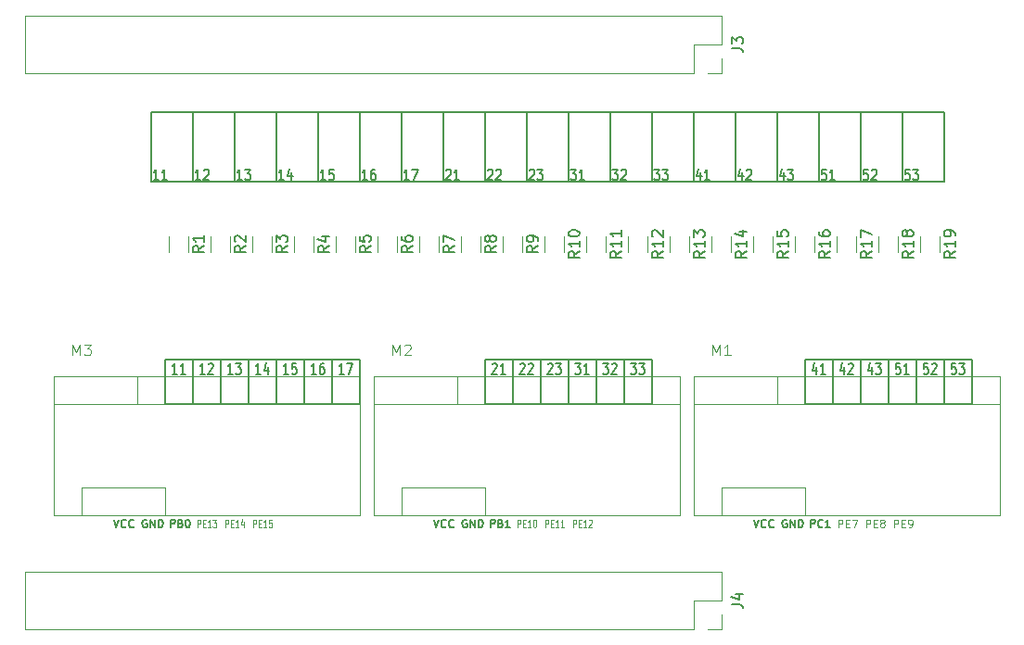
<source format=gbr>
%TF.GenerationSoftware,KiCad,Pcbnew,7.0.9*%
%TF.CreationDate,2024-01-15T11:44:11+01:00*%
%TF.ProjectId,pltka_inz,706c746b-615f-4696-9e7a-2e6b69636164,rev?*%
%TF.SameCoordinates,Original*%
%TF.FileFunction,Legend,Top*%
%TF.FilePolarity,Positive*%
%FSLAX46Y46*%
G04 Gerber Fmt 4.6, Leading zero omitted, Abs format (unit mm)*
G04 Created by KiCad (PCBNEW 7.0.9) date 2024-01-15 11:44:11*
%MOMM*%
%LPD*%
G01*
G04 APERTURE LIST*
%ADD10C,0.150000*%
%ADD11C,0.125000*%
%ADD12C,0.100000*%
%ADD13C,0.120000*%
G04 APERTURE END LIST*
D10*
X171450000Y-96087250D02*
X173990000Y-96087250D01*
X173990000Y-100151250D01*
X171450000Y-100151250D01*
X171450000Y-96087250D01*
X153670000Y-73481250D02*
X157480000Y-73481250D01*
X157480000Y-79831250D01*
X153670000Y-79831250D01*
X153670000Y-73481250D01*
X120650000Y-96087250D02*
X123190000Y-96087250D01*
X123190000Y-100151250D01*
X120650000Y-100151250D01*
X120650000Y-96087250D01*
X127000000Y-73481250D02*
X130810000Y-73481250D01*
X130810000Y-79831250D01*
X127000000Y-79831250D01*
X127000000Y-73481250D01*
X173990000Y-96087250D02*
X176530000Y-96087250D01*
X176530000Y-100151250D01*
X173990000Y-100151250D01*
X173990000Y-96087250D01*
X157480000Y-73481250D02*
X161290000Y-73481250D01*
X161290000Y-79831250D01*
X157480000Y-79831250D01*
X157480000Y-73481250D01*
X115570000Y-96087250D02*
X118110000Y-96087250D01*
X118110000Y-100151250D01*
X115570000Y-100151250D01*
X115570000Y-96087250D01*
X168910000Y-73481250D02*
X172720000Y-73481250D01*
X172720000Y-79831250D01*
X168910000Y-79831250D01*
X168910000Y-73481250D01*
X118110000Y-96087250D02*
X120650000Y-96087250D01*
X120650000Y-100151250D01*
X118110000Y-100151250D01*
X118110000Y-96087250D01*
X138430000Y-73481250D02*
X142240000Y-73481250D01*
X142240000Y-79831250D01*
X138430000Y-79831250D01*
X138430000Y-73481250D01*
X142240000Y-96087250D02*
X144780000Y-96087250D01*
X144780000Y-100151250D01*
X142240000Y-100151250D01*
X142240000Y-96087250D01*
X146050000Y-73481250D02*
X149860000Y-73481250D01*
X149860000Y-79831250D01*
X146050000Y-79831250D01*
X146050000Y-73481250D01*
X113030000Y-96087250D02*
X115570000Y-96087250D01*
X115570000Y-100151250D01*
X113030000Y-100151250D01*
X113030000Y-96087250D01*
X176530000Y-96087250D02*
X179070000Y-96087250D01*
X179070000Y-100151250D01*
X176530000Y-100151250D01*
X176530000Y-96087250D01*
X165100000Y-73481250D02*
X168910000Y-73481250D01*
X168910000Y-79831250D01*
X165100000Y-79831250D01*
X165100000Y-73481250D01*
X142240000Y-73481250D02*
X146050000Y-73481250D01*
X146050000Y-79831250D01*
X142240000Y-79831250D01*
X142240000Y-73481250D01*
X149860000Y-73481250D02*
X153670000Y-73481250D01*
X153670000Y-79831250D01*
X149860000Y-79831250D01*
X149860000Y-73481250D01*
X137160000Y-96087250D02*
X139700000Y-96087250D01*
X139700000Y-100151250D01*
X137160000Y-100151250D01*
X137160000Y-96087250D01*
X161290000Y-73481250D02*
X165100000Y-73481250D01*
X165100000Y-79831250D01*
X161290000Y-79831250D01*
X161290000Y-73481250D01*
X166370000Y-96087250D02*
X168910000Y-96087250D01*
X168910000Y-100151250D01*
X166370000Y-100151250D01*
X166370000Y-96087250D01*
X147320000Y-96087250D02*
X149860000Y-96087250D01*
X149860000Y-100151250D01*
X147320000Y-100151250D01*
X147320000Y-96087250D01*
X115570000Y-73481250D02*
X119380000Y-73481250D01*
X119380000Y-79831250D01*
X115570000Y-79831250D01*
X115570000Y-73481250D01*
X105410000Y-96087250D02*
X107950000Y-96087250D01*
X107950000Y-100151250D01*
X105410000Y-100151250D01*
X105410000Y-96087250D01*
X134620000Y-73481250D02*
X138430000Y-73481250D01*
X138430000Y-79831250D01*
X134620000Y-79831250D01*
X134620000Y-73481250D01*
X130810000Y-73481250D02*
X134620000Y-73481250D01*
X134620000Y-79831250D01*
X130810000Y-79831250D01*
X130810000Y-73481250D01*
X111760000Y-73481250D02*
X115570000Y-73481250D01*
X115570000Y-79831250D01*
X111760000Y-79831250D01*
X111760000Y-73481250D01*
X134620000Y-96087250D02*
X137160000Y-96087250D01*
X137160000Y-100151250D01*
X134620000Y-100151250D01*
X134620000Y-96087250D01*
X107950000Y-96087250D02*
X110490000Y-96087250D01*
X110490000Y-100151250D01*
X107950000Y-100151250D01*
X107950000Y-96087250D01*
X168910000Y-96087250D02*
X171450000Y-96087250D01*
X171450000Y-100151250D01*
X168910000Y-100151250D01*
X168910000Y-96087250D01*
X104140000Y-73481250D02*
X107950000Y-73481250D01*
X107950000Y-79831250D01*
X104140000Y-79831250D01*
X104140000Y-73481250D01*
X139700000Y-96087250D02*
X142240000Y-96087250D01*
X142240000Y-100151250D01*
X139700000Y-100151250D01*
X139700000Y-96087250D01*
X107950000Y-73481250D02*
X111760000Y-73481250D01*
X111760000Y-79831250D01*
X107950000Y-79831250D01*
X107950000Y-73481250D01*
X172720000Y-73481250D02*
X176530000Y-73481250D01*
X176530000Y-79831250D01*
X172720000Y-79831250D01*
X172720000Y-73481250D01*
X163830000Y-96087250D02*
X166370000Y-96087250D01*
X166370000Y-100151250D01*
X163830000Y-100151250D01*
X163830000Y-96087250D01*
X123190000Y-73481250D02*
X127000000Y-73481250D01*
X127000000Y-79831250D01*
X123190000Y-79831250D01*
X123190000Y-73481250D01*
X144780000Y-96087250D02*
X147320000Y-96087250D01*
X147320000Y-100151250D01*
X144780000Y-100151250D01*
X144780000Y-96087250D01*
X110490000Y-96087250D02*
X113030000Y-96087250D01*
X113030000Y-100151250D01*
X110490000Y-100151250D01*
X110490000Y-96087250D01*
X119380000Y-73481250D02*
X123190000Y-73481250D01*
X123190000Y-79831250D01*
X119380000Y-79831250D01*
X119380000Y-73481250D01*
X142862380Y-96431069D02*
X143357618Y-96431069D01*
X143357618Y-96431069D02*
X143090952Y-96812021D01*
X143090952Y-96812021D02*
X143205237Y-96812021D01*
X143205237Y-96812021D02*
X143281428Y-96859640D01*
X143281428Y-96859640D02*
X143319523Y-96907259D01*
X143319523Y-96907259D02*
X143357618Y-97002497D01*
X143357618Y-97002497D02*
X143357618Y-97240592D01*
X143357618Y-97240592D02*
X143319523Y-97335830D01*
X143319523Y-97335830D02*
X143281428Y-97383450D01*
X143281428Y-97383450D02*
X143205237Y-97431069D01*
X143205237Y-97431069D02*
X142976666Y-97431069D01*
X142976666Y-97431069D02*
X142900475Y-97383450D01*
X142900475Y-97383450D02*
X142862380Y-97335830D01*
X144119523Y-97431069D02*
X143662380Y-97431069D01*
X143890952Y-97431069D02*
X143890952Y-96431069D01*
X143890952Y-96431069D02*
X143814761Y-96573926D01*
X143814761Y-96573926D02*
X143738571Y-96669164D01*
X143738571Y-96669164D02*
X143662380Y-96716783D01*
D11*
X110945283Y-111413833D02*
X110945283Y-110713833D01*
X110945283Y-110713833D02*
X111135759Y-110713833D01*
X111135759Y-110713833D02*
X111183378Y-110747166D01*
X111183378Y-110747166D02*
X111207188Y-110780500D01*
X111207188Y-110780500D02*
X111230997Y-110847166D01*
X111230997Y-110847166D02*
X111230997Y-110947166D01*
X111230997Y-110947166D02*
X111207188Y-111013833D01*
X111207188Y-111013833D02*
X111183378Y-111047166D01*
X111183378Y-111047166D02*
X111135759Y-111080500D01*
X111135759Y-111080500D02*
X110945283Y-111080500D01*
X111445283Y-111047166D02*
X111611950Y-111047166D01*
X111683378Y-111413833D02*
X111445283Y-111413833D01*
X111445283Y-111413833D02*
X111445283Y-110713833D01*
X111445283Y-110713833D02*
X111683378Y-110713833D01*
X112159569Y-111413833D02*
X111873855Y-111413833D01*
X112016712Y-111413833D02*
X112016712Y-110713833D01*
X112016712Y-110713833D02*
X111969093Y-110813833D01*
X111969093Y-110813833D02*
X111921474Y-110880500D01*
X111921474Y-110880500D02*
X111873855Y-110913833D01*
X112588140Y-110947166D02*
X112588140Y-111413833D01*
X112469092Y-110680500D02*
X112350045Y-111180500D01*
X112350045Y-111180500D02*
X112659568Y-111180500D01*
D10*
X173390112Y-78701069D02*
X173009160Y-78701069D01*
X173009160Y-78701069D02*
X172971064Y-79177259D01*
X172971064Y-79177259D02*
X173009160Y-79129640D01*
X173009160Y-79129640D02*
X173085350Y-79082021D01*
X173085350Y-79082021D02*
X173275826Y-79082021D01*
X173275826Y-79082021D02*
X173352017Y-79129640D01*
X173352017Y-79129640D02*
X173390112Y-79177259D01*
X173390112Y-79177259D02*
X173428207Y-79272497D01*
X173428207Y-79272497D02*
X173428207Y-79510592D01*
X173428207Y-79510592D02*
X173390112Y-79605830D01*
X173390112Y-79605830D02*
X173352017Y-79653450D01*
X173352017Y-79653450D02*
X173275826Y-79701069D01*
X173275826Y-79701069D02*
X173085350Y-79701069D01*
X173085350Y-79701069D02*
X173009160Y-79653450D01*
X173009160Y-79653450D02*
X172971064Y-79605830D01*
X173694874Y-78701069D02*
X174190112Y-78701069D01*
X174190112Y-78701069D02*
X173923446Y-79082021D01*
X173923446Y-79082021D02*
X174037731Y-79082021D01*
X174037731Y-79082021D02*
X174113922Y-79129640D01*
X174113922Y-79129640D02*
X174152017Y-79177259D01*
X174152017Y-79177259D02*
X174190112Y-79272497D01*
X174190112Y-79272497D02*
X174190112Y-79510592D01*
X174190112Y-79510592D02*
X174152017Y-79605830D01*
X174152017Y-79605830D02*
X174113922Y-79653450D01*
X174113922Y-79653450D02*
X174037731Y-79701069D01*
X174037731Y-79701069D02*
X173809160Y-79701069D01*
X173809160Y-79701069D02*
X173732969Y-79653450D01*
X173732969Y-79653450D02*
X173694874Y-79605830D01*
X129959350Y-110712533D02*
X130192684Y-111412533D01*
X130192684Y-111412533D02*
X130426017Y-110712533D01*
X131059350Y-111345866D02*
X131026017Y-111379200D01*
X131026017Y-111379200D02*
X130926017Y-111412533D01*
X130926017Y-111412533D02*
X130859350Y-111412533D01*
X130859350Y-111412533D02*
X130759350Y-111379200D01*
X130759350Y-111379200D02*
X130692684Y-111312533D01*
X130692684Y-111312533D02*
X130659350Y-111245866D01*
X130659350Y-111245866D02*
X130626017Y-111112533D01*
X130626017Y-111112533D02*
X130626017Y-111012533D01*
X130626017Y-111012533D02*
X130659350Y-110879200D01*
X130659350Y-110879200D02*
X130692684Y-110812533D01*
X130692684Y-110812533D02*
X130759350Y-110745866D01*
X130759350Y-110745866D02*
X130859350Y-110712533D01*
X130859350Y-110712533D02*
X130926017Y-110712533D01*
X130926017Y-110712533D02*
X131026017Y-110745866D01*
X131026017Y-110745866D02*
X131059350Y-110779200D01*
X131759350Y-111345866D02*
X131726017Y-111379200D01*
X131726017Y-111379200D02*
X131626017Y-111412533D01*
X131626017Y-111412533D02*
X131559350Y-111412533D01*
X131559350Y-111412533D02*
X131459350Y-111379200D01*
X131459350Y-111379200D02*
X131392684Y-111312533D01*
X131392684Y-111312533D02*
X131359350Y-111245866D01*
X131359350Y-111245866D02*
X131326017Y-111112533D01*
X131326017Y-111112533D02*
X131326017Y-111012533D01*
X131326017Y-111012533D02*
X131359350Y-110879200D01*
X131359350Y-110879200D02*
X131392684Y-110812533D01*
X131392684Y-110812533D02*
X131459350Y-110745866D01*
X131459350Y-110745866D02*
X131559350Y-110712533D01*
X131559350Y-110712533D02*
X131626017Y-110712533D01*
X131626017Y-110712533D02*
X131726017Y-110745866D01*
X131726017Y-110745866D02*
X131759350Y-110779200D01*
X105929350Y-111412533D02*
X105929350Y-110712533D01*
X105929350Y-110712533D02*
X106196017Y-110712533D01*
X106196017Y-110712533D02*
X106262684Y-110745866D01*
X106262684Y-110745866D02*
X106296017Y-110779200D01*
X106296017Y-110779200D02*
X106329350Y-110845866D01*
X106329350Y-110845866D02*
X106329350Y-110945866D01*
X106329350Y-110945866D02*
X106296017Y-111012533D01*
X106296017Y-111012533D02*
X106262684Y-111045866D01*
X106262684Y-111045866D02*
X106196017Y-111079200D01*
X106196017Y-111079200D02*
X105929350Y-111079200D01*
X106862684Y-111045866D02*
X106962684Y-111079200D01*
X106962684Y-111079200D02*
X106996017Y-111112533D01*
X106996017Y-111112533D02*
X107029350Y-111179200D01*
X107029350Y-111179200D02*
X107029350Y-111279200D01*
X107029350Y-111279200D02*
X106996017Y-111345866D01*
X106996017Y-111345866D02*
X106962684Y-111379200D01*
X106962684Y-111379200D02*
X106896017Y-111412533D01*
X106896017Y-111412533D02*
X106629350Y-111412533D01*
X106629350Y-111412533D02*
X106629350Y-110712533D01*
X106629350Y-110712533D02*
X106862684Y-110712533D01*
X106862684Y-110712533D02*
X106929350Y-110745866D01*
X106929350Y-110745866D02*
X106962684Y-110779200D01*
X106962684Y-110779200D02*
X106996017Y-110845866D01*
X106996017Y-110845866D02*
X106996017Y-110912533D01*
X106996017Y-110912533D02*
X106962684Y-110979200D01*
X106962684Y-110979200D02*
X106929350Y-111012533D01*
X106929350Y-111012533D02*
X106862684Y-111045866D01*
X106862684Y-111045866D02*
X106629350Y-111045866D01*
X107462684Y-110712533D02*
X107529350Y-110712533D01*
X107529350Y-110712533D02*
X107596017Y-110745866D01*
X107596017Y-110745866D02*
X107629350Y-110779200D01*
X107629350Y-110779200D02*
X107662684Y-110845866D01*
X107662684Y-110845866D02*
X107696017Y-110979200D01*
X107696017Y-110979200D02*
X107696017Y-111145866D01*
X107696017Y-111145866D02*
X107662684Y-111279200D01*
X107662684Y-111279200D02*
X107629350Y-111345866D01*
X107629350Y-111345866D02*
X107596017Y-111379200D01*
X107596017Y-111379200D02*
X107529350Y-111412533D01*
X107529350Y-111412533D02*
X107462684Y-111412533D01*
X107462684Y-111412533D02*
X107396017Y-111379200D01*
X107396017Y-111379200D02*
X107362684Y-111345866D01*
X107362684Y-111345866D02*
X107329350Y-111279200D01*
X107329350Y-111279200D02*
X107296017Y-111145866D01*
X107296017Y-111145866D02*
X107296017Y-110979200D01*
X107296017Y-110979200D02*
X107329350Y-110845866D01*
X107329350Y-110845866D02*
X107362684Y-110779200D01*
X107362684Y-110779200D02*
X107396017Y-110745866D01*
X107396017Y-110745866D02*
X107462684Y-110712533D01*
X131061064Y-78796307D02*
X131099160Y-78748688D01*
X131099160Y-78748688D02*
X131175350Y-78701069D01*
X131175350Y-78701069D02*
X131365826Y-78701069D01*
X131365826Y-78701069D02*
X131442017Y-78748688D01*
X131442017Y-78748688D02*
X131480112Y-78796307D01*
X131480112Y-78796307D02*
X131518207Y-78891545D01*
X131518207Y-78891545D02*
X131518207Y-78986783D01*
X131518207Y-78986783D02*
X131480112Y-79129640D01*
X131480112Y-79129640D02*
X131022969Y-79701069D01*
X131022969Y-79701069D02*
X131518207Y-79701069D01*
X132280112Y-79701069D02*
X131822969Y-79701069D01*
X132051541Y-79701069D02*
X132051541Y-78701069D01*
X132051541Y-78701069D02*
X131975350Y-78843926D01*
X131975350Y-78843926D02*
X131899160Y-78939164D01*
X131899160Y-78939164D02*
X131822969Y-78986783D01*
X111607618Y-97431069D02*
X111150475Y-97431069D01*
X111379047Y-97431069D02*
X111379047Y-96431069D01*
X111379047Y-96431069D02*
X111302856Y-96573926D01*
X111302856Y-96573926D02*
X111226666Y-96669164D01*
X111226666Y-96669164D02*
X111150475Y-96716783D01*
X111874285Y-96431069D02*
X112369523Y-96431069D01*
X112369523Y-96431069D02*
X112102857Y-96812021D01*
X112102857Y-96812021D02*
X112217142Y-96812021D01*
X112217142Y-96812021D02*
X112293333Y-96859640D01*
X112293333Y-96859640D02*
X112331428Y-96907259D01*
X112331428Y-96907259D02*
X112369523Y-97002497D01*
X112369523Y-97002497D02*
X112369523Y-97240592D01*
X112369523Y-97240592D02*
X112331428Y-97335830D01*
X112331428Y-97335830D02*
X112293333Y-97383450D01*
X112293333Y-97383450D02*
X112217142Y-97431069D01*
X112217142Y-97431069D02*
X111988571Y-97431069D01*
X111988571Y-97431069D02*
X111912380Y-97383450D01*
X111912380Y-97383450D02*
X111874285Y-97335830D01*
X100749350Y-110712533D02*
X100982684Y-111412533D01*
X100982684Y-111412533D02*
X101216017Y-110712533D01*
X101849350Y-111345866D02*
X101816017Y-111379200D01*
X101816017Y-111379200D02*
X101716017Y-111412533D01*
X101716017Y-111412533D02*
X101649350Y-111412533D01*
X101649350Y-111412533D02*
X101549350Y-111379200D01*
X101549350Y-111379200D02*
X101482684Y-111312533D01*
X101482684Y-111312533D02*
X101449350Y-111245866D01*
X101449350Y-111245866D02*
X101416017Y-111112533D01*
X101416017Y-111112533D02*
X101416017Y-111012533D01*
X101416017Y-111012533D02*
X101449350Y-110879200D01*
X101449350Y-110879200D02*
X101482684Y-110812533D01*
X101482684Y-110812533D02*
X101549350Y-110745866D01*
X101549350Y-110745866D02*
X101649350Y-110712533D01*
X101649350Y-110712533D02*
X101716017Y-110712533D01*
X101716017Y-110712533D02*
X101816017Y-110745866D01*
X101816017Y-110745866D02*
X101849350Y-110779200D01*
X102549350Y-111345866D02*
X102516017Y-111379200D01*
X102516017Y-111379200D02*
X102416017Y-111412533D01*
X102416017Y-111412533D02*
X102349350Y-111412533D01*
X102349350Y-111412533D02*
X102249350Y-111379200D01*
X102249350Y-111379200D02*
X102182684Y-111312533D01*
X102182684Y-111312533D02*
X102149350Y-111245866D01*
X102149350Y-111245866D02*
X102116017Y-111112533D01*
X102116017Y-111112533D02*
X102116017Y-111012533D01*
X102116017Y-111012533D02*
X102149350Y-110879200D01*
X102149350Y-110879200D02*
X102182684Y-110812533D01*
X102182684Y-110812533D02*
X102249350Y-110745866D01*
X102249350Y-110745866D02*
X102349350Y-110712533D01*
X102349350Y-110712533D02*
X102416017Y-110712533D01*
X102416017Y-110712533D02*
X102516017Y-110745866D01*
X102516017Y-110745866D02*
X102549350Y-110779200D01*
D11*
X113485283Y-111413833D02*
X113485283Y-110713833D01*
X113485283Y-110713833D02*
X113675759Y-110713833D01*
X113675759Y-110713833D02*
X113723378Y-110747166D01*
X113723378Y-110747166D02*
X113747188Y-110780500D01*
X113747188Y-110780500D02*
X113770997Y-110847166D01*
X113770997Y-110847166D02*
X113770997Y-110947166D01*
X113770997Y-110947166D02*
X113747188Y-111013833D01*
X113747188Y-111013833D02*
X113723378Y-111047166D01*
X113723378Y-111047166D02*
X113675759Y-111080500D01*
X113675759Y-111080500D02*
X113485283Y-111080500D01*
X113985283Y-111047166D02*
X114151950Y-111047166D01*
X114223378Y-111413833D02*
X113985283Y-111413833D01*
X113985283Y-111413833D02*
X113985283Y-110713833D01*
X113985283Y-110713833D02*
X114223378Y-110713833D01*
X114699569Y-111413833D02*
X114413855Y-111413833D01*
X114556712Y-111413833D02*
X114556712Y-110713833D01*
X114556712Y-110713833D02*
X114509093Y-110813833D01*
X114509093Y-110813833D02*
X114461474Y-110880500D01*
X114461474Y-110880500D02*
X114413855Y-110913833D01*
X115151949Y-110713833D02*
X114913854Y-110713833D01*
X114913854Y-110713833D02*
X114890045Y-111047166D01*
X114890045Y-111047166D02*
X114913854Y-111013833D01*
X114913854Y-111013833D02*
X114961473Y-110980500D01*
X114961473Y-110980500D02*
X115080521Y-110980500D01*
X115080521Y-110980500D02*
X115128140Y-111013833D01*
X115128140Y-111013833D02*
X115151949Y-111047166D01*
X115151949Y-111047166D02*
X115175759Y-111113833D01*
X115175759Y-111113833D02*
X115175759Y-111280500D01*
X115175759Y-111280500D02*
X115151949Y-111347166D01*
X115151949Y-111347166D02*
X115128140Y-111380500D01*
X115128140Y-111380500D02*
X115080521Y-111413833D01*
X115080521Y-111413833D02*
X114961473Y-111413833D01*
X114961473Y-111413833D02*
X114913854Y-111380500D01*
X114913854Y-111380500D02*
X114890045Y-111347166D01*
D10*
X164349350Y-111412533D02*
X164349350Y-110712533D01*
X164349350Y-110712533D02*
X164616017Y-110712533D01*
X164616017Y-110712533D02*
X164682684Y-110745866D01*
X164682684Y-110745866D02*
X164716017Y-110779200D01*
X164716017Y-110779200D02*
X164749350Y-110845866D01*
X164749350Y-110845866D02*
X164749350Y-110945866D01*
X164749350Y-110945866D02*
X164716017Y-111012533D01*
X164716017Y-111012533D02*
X164682684Y-111045866D01*
X164682684Y-111045866D02*
X164616017Y-111079200D01*
X164616017Y-111079200D02*
X164349350Y-111079200D01*
X165449350Y-111345866D02*
X165416017Y-111379200D01*
X165416017Y-111379200D02*
X165316017Y-111412533D01*
X165316017Y-111412533D02*
X165249350Y-111412533D01*
X165249350Y-111412533D02*
X165149350Y-111379200D01*
X165149350Y-111379200D02*
X165082684Y-111312533D01*
X165082684Y-111312533D02*
X165049350Y-111245866D01*
X165049350Y-111245866D02*
X165016017Y-111112533D01*
X165016017Y-111112533D02*
X165016017Y-111012533D01*
X165016017Y-111012533D02*
X165049350Y-110879200D01*
X165049350Y-110879200D02*
X165082684Y-110812533D01*
X165082684Y-110812533D02*
X165149350Y-110745866D01*
X165149350Y-110745866D02*
X165249350Y-110712533D01*
X165249350Y-110712533D02*
X165316017Y-110712533D01*
X165316017Y-110712533D02*
X165416017Y-110745866D01*
X165416017Y-110745866D02*
X165449350Y-110779200D01*
X166116017Y-111412533D02*
X165716017Y-111412533D01*
X165916017Y-111412533D02*
X165916017Y-110712533D01*
X165916017Y-110712533D02*
X165849350Y-110812533D01*
X165849350Y-110812533D02*
X165782684Y-110879200D01*
X165782684Y-110879200D02*
X165716017Y-110912533D01*
D11*
X169412902Y-111413833D02*
X169412902Y-110713833D01*
X169412902Y-110713833D02*
X169679569Y-110713833D01*
X169679569Y-110713833D02*
X169746236Y-110747166D01*
X169746236Y-110747166D02*
X169779569Y-110780500D01*
X169779569Y-110780500D02*
X169812902Y-110847166D01*
X169812902Y-110847166D02*
X169812902Y-110947166D01*
X169812902Y-110947166D02*
X169779569Y-111013833D01*
X169779569Y-111013833D02*
X169746236Y-111047166D01*
X169746236Y-111047166D02*
X169679569Y-111080500D01*
X169679569Y-111080500D02*
X169412902Y-111080500D01*
X170112902Y-111047166D02*
X170346236Y-111047166D01*
X170446236Y-111413833D02*
X170112902Y-111413833D01*
X170112902Y-111413833D02*
X170112902Y-110713833D01*
X170112902Y-110713833D02*
X170446236Y-110713833D01*
X170846235Y-111013833D02*
X170779569Y-110980500D01*
X170779569Y-110980500D02*
X170746235Y-110947166D01*
X170746235Y-110947166D02*
X170712902Y-110880500D01*
X170712902Y-110880500D02*
X170712902Y-110847166D01*
X170712902Y-110847166D02*
X170746235Y-110780500D01*
X170746235Y-110780500D02*
X170779569Y-110747166D01*
X170779569Y-110747166D02*
X170846235Y-110713833D01*
X170846235Y-110713833D02*
X170979569Y-110713833D01*
X170979569Y-110713833D02*
X171046235Y-110747166D01*
X171046235Y-110747166D02*
X171079569Y-110780500D01*
X171079569Y-110780500D02*
X171112902Y-110847166D01*
X171112902Y-110847166D02*
X171112902Y-110880500D01*
X171112902Y-110880500D02*
X171079569Y-110947166D01*
X171079569Y-110947166D02*
X171046235Y-110980500D01*
X171046235Y-110980500D02*
X170979569Y-111013833D01*
X170979569Y-111013833D02*
X170846235Y-111013833D01*
X170846235Y-111013833D02*
X170779569Y-111047166D01*
X170779569Y-111047166D02*
X170746235Y-111080500D01*
X170746235Y-111080500D02*
X170712902Y-111147166D01*
X170712902Y-111147166D02*
X170712902Y-111280500D01*
X170712902Y-111280500D02*
X170746235Y-111347166D01*
X170746235Y-111347166D02*
X170779569Y-111380500D01*
X170779569Y-111380500D02*
X170846235Y-111413833D01*
X170846235Y-111413833D02*
X170979569Y-111413833D01*
X170979569Y-111413833D02*
X171046235Y-111380500D01*
X171046235Y-111380500D02*
X171079569Y-111347166D01*
X171079569Y-111347166D02*
X171112902Y-111280500D01*
X171112902Y-111280500D02*
X171112902Y-111147166D01*
X171112902Y-111147166D02*
X171079569Y-111080500D01*
X171079569Y-111080500D02*
X171046235Y-111047166D01*
X171046235Y-111047166D02*
X170979569Y-111013833D01*
X171952902Y-111413833D02*
X171952902Y-110713833D01*
X171952902Y-110713833D02*
X172219569Y-110713833D01*
X172219569Y-110713833D02*
X172286236Y-110747166D01*
X172286236Y-110747166D02*
X172319569Y-110780500D01*
X172319569Y-110780500D02*
X172352902Y-110847166D01*
X172352902Y-110847166D02*
X172352902Y-110947166D01*
X172352902Y-110947166D02*
X172319569Y-111013833D01*
X172319569Y-111013833D02*
X172286236Y-111047166D01*
X172286236Y-111047166D02*
X172219569Y-111080500D01*
X172219569Y-111080500D02*
X171952902Y-111080500D01*
X172652902Y-111047166D02*
X172886236Y-111047166D01*
X172986236Y-111413833D02*
X172652902Y-111413833D01*
X172652902Y-111413833D02*
X172652902Y-110713833D01*
X172652902Y-110713833D02*
X172986236Y-110713833D01*
X173319569Y-111413833D02*
X173452902Y-111413833D01*
X173452902Y-111413833D02*
X173519569Y-111380500D01*
X173519569Y-111380500D02*
X173552902Y-111347166D01*
X173552902Y-111347166D02*
X173619569Y-111247166D01*
X173619569Y-111247166D02*
X173652902Y-111113833D01*
X173652902Y-111113833D02*
X173652902Y-110847166D01*
X173652902Y-110847166D02*
X173619569Y-110780500D01*
X173619569Y-110780500D02*
X173586235Y-110747166D01*
X173586235Y-110747166D02*
X173519569Y-110713833D01*
X173519569Y-110713833D02*
X173386235Y-110713833D01*
X173386235Y-110713833D02*
X173319569Y-110747166D01*
X173319569Y-110747166D02*
X173286235Y-110780500D01*
X173286235Y-110780500D02*
X173252902Y-110847166D01*
X173252902Y-110847166D02*
X173252902Y-111013833D01*
X173252902Y-111013833D02*
X173286235Y-111080500D01*
X173286235Y-111080500D02*
X173319569Y-111113833D01*
X173319569Y-111113833D02*
X173386235Y-111147166D01*
X173386235Y-111147166D02*
X173519569Y-111147166D01*
X173519569Y-111147166D02*
X173586235Y-111113833D01*
X173586235Y-111113833D02*
X173619569Y-111080500D01*
X173619569Y-111080500D02*
X173652902Y-111013833D01*
D10*
X158112017Y-79034402D02*
X158112017Y-79701069D01*
X157921541Y-78653450D02*
X157731064Y-79367735D01*
X157731064Y-79367735D02*
X158226303Y-79367735D01*
X158492969Y-78796307D02*
X158531065Y-78748688D01*
X158531065Y-78748688D02*
X158607255Y-78701069D01*
X158607255Y-78701069D02*
X158797731Y-78701069D01*
X158797731Y-78701069D02*
X158873922Y-78748688D01*
X158873922Y-78748688D02*
X158912017Y-78796307D01*
X158912017Y-78796307D02*
X158950112Y-78891545D01*
X158950112Y-78891545D02*
X158950112Y-78986783D01*
X158950112Y-78986783D02*
X158912017Y-79129640D01*
X158912017Y-79129640D02*
X158454874Y-79701069D01*
X158454874Y-79701069D02*
X158950112Y-79701069D01*
X169580112Y-78701069D02*
X169199160Y-78701069D01*
X169199160Y-78701069D02*
X169161064Y-79177259D01*
X169161064Y-79177259D02*
X169199160Y-79129640D01*
X169199160Y-79129640D02*
X169275350Y-79082021D01*
X169275350Y-79082021D02*
X169465826Y-79082021D01*
X169465826Y-79082021D02*
X169542017Y-79129640D01*
X169542017Y-79129640D02*
X169580112Y-79177259D01*
X169580112Y-79177259D02*
X169618207Y-79272497D01*
X169618207Y-79272497D02*
X169618207Y-79510592D01*
X169618207Y-79510592D02*
X169580112Y-79605830D01*
X169580112Y-79605830D02*
X169542017Y-79653450D01*
X169542017Y-79653450D02*
X169465826Y-79701069D01*
X169465826Y-79701069D02*
X169275350Y-79701069D01*
X169275350Y-79701069D02*
X169199160Y-79653450D01*
X169199160Y-79653450D02*
X169161064Y-79605830D01*
X169922969Y-78796307D02*
X169961065Y-78748688D01*
X169961065Y-78748688D02*
X170037255Y-78701069D01*
X170037255Y-78701069D02*
X170227731Y-78701069D01*
X170227731Y-78701069D02*
X170303922Y-78748688D01*
X170303922Y-78748688D02*
X170342017Y-78796307D01*
X170342017Y-78796307D02*
X170380112Y-78891545D01*
X170380112Y-78891545D02*
X170380112Y-78986783D01*
X170380112Y-78986783D02*
X170342017Y-79129640D01*
X170342017Y-79129640D02*
X169884874Y-79701069D01*
X169884874Y-79701069D02*
X170380112Y-79701069D01*
X159169350Y-110712533D02*
X159402684Y-111412533D01*
X159402684Y-111412533D02*
X159636017Y-110712533D01*
X160269350Y-111345866D02*
X160236017Y-111379200D01*
X160236017Y-111379200D02*
X160136017Y-111412533D01*
X160136017Y-111412533D02*
X160069350Y-111412533D01*
X160069350Y-111412533D02*
X159969350Y-111379200D01*
X159969350Y-111379200D02*
X159902684Y-111312533D01*
X159902684Y-111312533D02*
X159869350Y-111245866D01*
X159869350Y-111245866D02*
X159836017Y-111112533D01*
X159836017Y-111112533D02*
X159836017Y-111012533D01*
X159836017Y-111012533D02*
X159869350Y-110879200D01*
X159869350Y-110879200D02*
X159902684Y-110812533D01*
X159902684Y-110812533D02*
X159969350Y-110745866D01*
X159969350Y-110745866D02*
X160069350Y-110712533D01*
X160069350Y-110712533D02*
X160136017Y-110712533D01*
X160136017Y-110712533D02*
X160236017Y-110745866D01*
X160236017Y-110745866D02*
X160269350Y-110779200D01*
X160969350Y-111345866D02*
X160936017Y-111379200D01*
X160936017Y-111379200D02*
X160836017Y-111412533D01*
X160836017Y-111412533D02*
X160769350Y-111412533D01*
X160769350Y-111412533D02*
X160669350Y-111379200D01*
X160669350Y-111379200D02*
X160602684Y-111312533D01*
X160602684Y-111312533D02*
X160569350Y-111245866D01*
X160569350Y-111245866D02*
X160536017Y-111112533D01*
X160536017Y-111112533D02*
X160536017Y-111012533D01*
X160536017Y-111012533D02*
X160569350Y-110879200D01*
X160569350Y-110879200D02*
X160602684Y-110812533D01*
X160602684Y-110812533D02*
X160669350Y-110745866D01*
X160669350Y-110745866D02*
X160769350Y-110712533D01*
X160769350Y-110712533D02*
X160836017Y-110712533D01*
X160836017Y-110712533D02*
X160936017Y-110745866D01*
X160936017Y-110745866D02*
X160969350Y-110779200D01*
X108658207Y-79701069D02*
X108201064Y-79701069D01*
X108429636Y-79701069D02*
X108429636Y-78701069D01*
X108429636Y-78701069D02*
X108353445Y-78843926D01*
X108353445Y-78843926D02*
X108277255Y-78939164D01*
X108277255Y-78939164D02*
X108201064Y-78986783D01*
X108962969Y-78796307D02*
X109001065Y-78748688D01*
X109001065Y-78748688D02*
X109077255Y-78701069D01*
X109077255Y-78701069D02*
X109267731Y-78701069D01*
X109267731Y-78701069D02*
X109343922Y-78748688D01*
X109343922Y-78748688D02*
X109382017Y-78796307D01*
X109382017Y-78796307D02*
X109420112Y-78891545D01*
X109420112Y-78891545D02*
X109420112Y-78986783D01*
X109420112Y-78986783D02*
X109382017Y-79129640D01*
X109382017Y-79129640D02*
X108924874Y-79701069D01*
X108924874Y-79701069D02*
X109420112Y-79701069D01*
X146262969Y-78701069D02*
X146758207Y-78701069D01*
X146758207Y-78701069D02*
X146491541Y-79082021D01*
X146491541Y-79082021D02*
X146605826Y-79082021D01*
X146605826Y-79082021D02*
X146682017Y-79129640D01*
X146682017Y-79129640D02*
X146720112Y-79177259D01*
X146720112Y-79177259D02*
X146758207Y-79272497D01*
X146758207Y-79272497D02*
X146758207Y-79510592D01*
X146758207Y-79510592D02*
X146720112Y-79605830D01*
X146720112Y-79605830D02*
X146682017Y-79653450D01*
X146682017Y-79653450D02*
X146605826Y-79701069D01*
X146605826Y-79701069D02*
X146377255Y-79701069D01*
X146377255Y-79701069D02*
X146301064Y-79653450D01*
X146301064Y-79653450D02*
X146262969Y-79605830D01*
X147062969Y-78796307D02*
X147101065Y-78748688D01*
X147101065Y-78748688D02*
X147177255Y-78701069D01*
X147177255Y-78701069D02*
X147367731Y-78701069D01*
X147367731Y-78701069D02*
X147443922Y-78748688D01*
X147443922Y-78748688D02*
X147482017Y-78796307D01*
X147482017Y-78796307D02*
X147520112Y-78891545D01*
X147520112Y-78891545D02*
X147520112Y-78986783D01*
X147520112Y-78986783D02*
X147482017Y-79129640D01*
X147482017Y-79129640D02*
X147024874Y-79701069D01*
X147024874Y-79701069D02*
X147520112Y-79701069D01*
X145402380Y-96431069D02*
X145897618Y-96431069D01*
X145897618Y-96431069D02*
X145630952Y-96812021D01*
X145630952Y-96812021D02*
X145745237Y-96812021D01*
X145745237Y-96812021D02*
X145821428Y-96859640D01*
X145821428Y-96859640D02*
X145859523Y-96907259D01*
X145859523Y-96907259D02*
X145897618Y-97002497D01*
X145897618Y-97002497D02*
X145897618Y-97240592D01*
X145897618Y-97240592D02*
X145859523Y-97335830D01*
X145859523Y-97335830D02*
X145821428Y-97383450D01*
X145821428Y-97383450D02*
X145745237Y-97431069D01*
X145745237Y-97431069D02*
X145516666Y-97431069D01*
X145516666Y-97431069D02*
X145440475Y-97383450D01*
X145440475Y-97383450D02*
X145402380Y-97335830D01*
X146202380Y-96526307D02*
X146240476Y-96478688D01*
X146240476Y-96478688D02*
X146316666Y-96431069D01*
X146316666Y-96431069D02*
X146507142Y-96431069D01*
X146507142Y-96431069D02*
X146583333Y-96478688D01*
X146583333Y-96478688D02*
X146621428Y-96526307D01*
X146621428Y-96526307D02*
X146659523Y-96621545D01*
X146659523Y-96621545D02*
X146659523Y-96716783D01*
X146659523Y-96716783D02*
X146621428Y-96859640D01*
X146621428Y-96859640D02*
X146164285Y-97431069D01*
X146164285Y-97431069D02*
X146659523Y-97431069D01*
X175069523Y-96431069D02*
X174688571Y-96431069D01*
X174688571Y-96431069D02*
X174650475Y-96907259D01*
X174650475Y-96907259D02*
X174688571Y-96859640D01*
X174688571Y-96859640D02*
X174764761Y-96812021D01*
X174764761Y-96812021D02*
X174955237Y-96812021D01*
X174955237Y-96812021D02*
X175031428Y-96859640D01*
X175031428Y-96859640D02*
X175069523Y-96907259D01*
X175069523Y-96907259D02*
X175107618Y-97002497D01*
X175107618Y-97002497D02*
X175107618Y-97240592D01*
X175107618Y-97240592D02*
X175069523Y-97335830D01*
X175069523Y-97335830D02*
X175031428Y-97383450D01*
X175031428Y-97383450D02*
X174955237Y-97431069D01*
X174955237Y-97431069D02*
X174764761Y-97431069D01*
X174764761Y-97431069D02*
X174688571Y-97383450D01*
X174688571Y-97383450D02*
X174650475Y-97335830D01*
X175412380Y-96526307D02*
X175450476Y-96478688D01*
X175450476Y-96478688D02*
X175526666Y-96431069D01*
X175526666Y-96431069D02*
X175717142Y-96431069D01*
X175717142Y-96431069D02*
X175793333Y-96478688D01*
X175793333Y-96478688D02*
X175831428Y-96526307D01*
X175831428Y-96526307D02*
X175869523Y-96621545D01*
X175869523Y-96621545D02*
X175869523Y-96716783D01*
X175869523Y-96716783D02*
X175831428Y-96859640D01*
X175831428Y-96859640D02*
X175374285Y-97431069D01*
X175374285Y-97431069D02*
X175869523Y-97431069D01*
X121767618Y-97431069D02*
X121310475Y-97431069D01*
X121539047Y-97431069D02*
X121539047Y-96431069D01*
X121539047Y-96431069D02*
X121462856Y-96573926D01*
X121462856Y-96573926D02*
X121386666Y-96669164D01*
X121386666Y-96669164D02*
X121310475Y-96716783D01*
X122034285Y-96431069D02*
X122567619Y-96431069D01*
X122567619Y-96431069D02*
X122224761Y-97431069D01*
X123898207Y-79701069D02*
X123441064Y-79701069D01*
X123669636Y-79701069D02*
X123669636Y-78701069D01*
X123669636Y-78701069D02*
X123593445Y-78843926D01*
X123593445Y-78843926D02*
X123517255Y-78939164D01*
X123517255Y-78939164D02*
X123441064Y-78986783D01*
X124583922Y-78701069D02*
X124431541Y-78701069D01*
X124431541Y-78701069D02*
X124355350Y-78748688D01*
X124355350Y-78748688D02*
X124317255Y-78796307D01*
X124317255Y-78796307D02*
X124241065Y-78939164D01*
X124241065Y-78939164D02*
X124202969Y-79129640D01*
X124202969Y-79129640D02*
X124202969Y-79510592D01*
X124202969Y-79510592D02*
X124241065Y-79605830D01*
X124241065Y-79605830D02*
X124279160Y-79653450D01*
X124279160Y-79653450D02*
X124355350Y-79701069D01*
X124355350Y-79701069D02*
X124507731Y-79701069D01*
X124507731Y-79701069D02*
X124583922Y-79653450D01*
X124583922Y-79653450D02*
X124622017Y-79605830D01*
X124622017Y-79605830D02*
X124660112Y-79510592D01*
X124660112Y-79510592D02*
X124660112Y-79272497D01*
X124660112Y-79272497D02*
X124622017Y-79177259D01*
X124622017Y-79177259D02*
X124583922Y-79129640D01*
X124583922Y-79129640D02*
X124507731Y-79082021D01*
X124507731Y-79082021D02*
X124355350Y-79082021D01*
X124355350Y-79082021D02*
X124279160Y-79129640D01*
X124279160Y-79129640D02*
X124241065Y-79177259D01*
X124241065Y-79177259D02*
X124202969Y-79272497D01*
X177609523Y-96431069D02*
X177228571Y-96431069D01*
X177228571Y-96431069D02*
X177190475Y-96907259D01*
X177190475Y-96907259D02*
X177228571Y-96859640D01*
X177228571Y-96859640D02*
X177304761Y-96812021D01*
X177304761Y-96812021D02*
X177495237Y-96812021D01*
X177495237Y-96812021D02*
X177571428Y-96859640D01*
X177571428Y-96859640D02*
X177609523Y-96907259D01*
X177609523Y-96907259D02*
X177647618Y-97002497D01*
X177647618Y-97002497D02*
X177647618Y-97240592D01*
X177647618Y-97240592D02*
X177609523Y-97335830D01*
X177609523Y-97335830D02*
X177571428Y-97383450D01*
X177571428Y-97383450D02*
X177495237Y-97431069D01*
X177495237Y-97431069D02*
X177304761Y-97431069D01*
X177304761Y-97431069D02*
X177228571Y-97383450D01*
X177228571Y-97383450D02*
X177190475Y-97335830D01*
X177914285Y-96431069D02*
X178409523Y-96431069D01*
X178409523Y-96431069D02*
X178142857Y-96812021D01*
X178142857Y-96812021D02*
X178257142Y-96812021D01*
X178257142Y-96812021D02*
X178333333Y-96859640D01*
X178333333Y-96859640D02*
X178371428Y-96907259D01*
X178371428Y-96907259D02*
X178409523Y-97002497D01*
X178409523Y-97002497D02*
X178409523Y-97240592D01*
X178409523Y-97240592D02*
X178371428Y-97335830D01*
X178371428Y-97335830D02*
X178333333Y-97383450D01*
X178333333Y-97383450D02*
X178257142Y-97431069D01*
X178257142Y-97431069D02*
X178028571Y-97431069D01*
X178028571Y-97431069D02*
X177952380Y-97383450D01*
X177952380Y-97383450D02*
X177914285Y-97335830D01*
X172529523Y-96431069D02*
X172148571Y-96431069D01*
X172148571Y-96431069D02*
X172110475Y-96907259D01*
X172110475Y-96907259D02*
X172148571Y-96859640D01*
X172148571Y-96859640D02*
X172224761Y-96812021D01*
X172224761Y-96812021D02*
X172415237Y-96812021D01*
X172415237Y-96812021D02*
X172491428Y-96859640D01*
X172491428Y-96859640D02*
X172529523Y-96907259D01*
X172529523Y-96907259D02*
X172567618Y-97002497D01*
X172567618Y-97002497D02*
X172567618Y-97240592D01*
X172567618Y-97240592D02*
X172529523Y-97335830D01*
X172529523Y-97335830D02*
X172491428Y-97383450D01*
X172491428Y-97383450D02*
X172415237Y-97431069D01*
X172415237Y-97431069D02*
X172224761Y-97431069D01*
X172224761Y-97431069D02*
X172148571Y-97383450D01*
X172148571Y-97383450D02*
X172110475Y-97335830D01*
X173329523Y-97431069D02*
X172872380Y-97431069D01*
X173100952Y-97431069D02*
X173100952Y-96431069D01*
X173100952Y-96431069D02*
X173024761Y-96573926D01*
X173024761Y-96573926D02*
X172948571Y-96669164D01*
X172948571Y-96669164D02*
X172872380Y-96716783D01*
X135139350Y-111412533D02*
X135139350Y-110712533D01*
X135139350Y-110712533D02*
X135406017Y-110712533D01*
X135406017Y-110712533D02*
X135472684Y-110745866D01*
X135472684Y-110745866D02*
X135506017Y-110779200D01*
X135506017Y-110779200D02*
X135539350Y-110845866D01*
X135539350Y-110845866D02*
X135539350Y-110945866D01*
X135539350Y-110945866D02*
X135506017Y-111012533D01*
X135506017Y-111012533D02*
X135472684Y-111045866D01*
X135472684Y-111045866D02*
X135406017Y-111079200D01*
X135406017Y-111079200D02*
X135139350Y-111079200D01*
X136072684Y-111045866D02*
X136172684Y-111079200D01*
X136172684Y-111079200D02*
X136206017Y-111112533D01*
X136206017Y-111112533D02*
X136239350Y-111179200D01*
X136239350Y-111179200D02*
X136239350Y-111279200D01*
X136239350Y-111279200D02*
X136206017Y-111345866D01*
X136206017Y-111345866D02*
X136172684Y-111379200D01*
X136172684Y-111379200D02*
X136106017Y-111412533D01*
X136106017Y-111412533D02*
X135839350Y-111412533D01*
X135839350Y-111412533D02*
X135839350Y-110712533D01*
X135839350Y-110712533D02*
X136072684Y-110712533D01*
X136072684Y-110712533D02*
X136139350Y-110745866D01*
X136139350Y-110745866D02*
X136172684Y-110779200D01*
X136172684Y-110779200D02*
X136206017Y-110845866D01*
X136206017Y-110845866D02*
X136206017Y-110912533D01*
X136206017Y-110912533D02*
X136172684Y-110979200D01*
X136172684Y-110979200D02*
X136139350Y-111012533D01*
X136139350Y-111012533D02*
X136072684Y-111045866D01*
X136072684Y-111045866D02*
X135839350Y-111045866D01*
X136906017Y-111412533D02*
X136506017Y-111412533D01*
X136706017Y-111412533D02*
X136706017Y-110712533D01*
X136706017Y-110712533D02*
X136639350Y-110812533D01*
X136639350Y-110812533D02*
X136572684Y-110879200D01*
X136572684Y-110879200D02*
X136506017Y-110912533D01*
X142452969Y-78701069D02*
X142948207Y-78701069D01*
X142948207Y-78701069D02*
X142681541Y-79082021D01*
X142681541Y-79082021D02*
X142795826Y-79082021D01*
X142795826Y-79082021D02*
X142872017Y-79129640D01*
X142872017Y-79129640D02*
X142910112Y-79177259D01*
X142910112Y-79177259D02*
X142948207Y-79272497D01*
X142948207Y-79272497D02*
X142948207Y-79510592D01*
X142948207Y-79510592D02*
X142910112Y-79605830D01*
X142910112Y-79605830D02*
X142872017Y-79653450D01*
X142872017Y-79653450D02*
X142795826Y-79701069D01*
X142795826Y-79701069D02*
X142567255Y-79701069D01*
X142567255Y-79701069D02*
X142491064Y-79653450D01*
X142491064Y-79653450D02*
X142452969Y-79605830D01*
X143710112Y-79701069D02*
X143252969Y-79701069D01*
X143481541Y-79701069D02*
X143481541Y-78701069D01*
X143481541Y-78701069D02*
X143405350Y-78843926D01*
X143405350Y-78843926D02*
X143329160Y-78939164D01*
X143329160Y-78939164D02*
X143252969Y-78986783D01*
X112468207Y-79701069D02*
X112011064Y-79701069D01*
X112239636Y-79701069D02*
X112239636Y-78701069D01*
X112239636Y-78701069D02*
X112163445Y-78843926D01*
X112163445Y-78843926D02*
X112087255Y-78939164D01*
X112087255Y-78939164D02*
X112011064Y-78986783D01*
X112734874Y-78701069D02*
X113230112Y-78701069D01*
X113230112Y-78701069D02*
X112963446Y-79082021D01*
X112963446Y-79082021D02*
X113077731Y-79082021D01*
X113077731Y-79082021D02*
X113153922Y-79129640D01*
X113153922Y-79129640D02*
X113192017Y-79177259D01*
X113192017Y-79177259D02*
X113230112Y-79272497D01*
X113230112Y-79272497D02*
X113230112Y-79510592D01*
X113230112Y-79510592D02*
X113192017Y-79605830D01*
X113192017Y-79605830D02*
X113153922Y-79653450D01*
X113153922Y-79653450D02*
X113077731Y-79701069D01*
X113077731Y-79701069D02*
X112849160Y-79701069D01*
X112849160Y-79701069D02*
X112772969Y-79653450D01*
X112772969Y-79653450D02*
X112734874Y-79605830D01*
X162176017Y-110745866D02*
X162109350Y-110712533D01*
X162109350Y-110712533D02*
X162009350Y-110712533D01*
X162009350Y-110712533D02*
X161909350Y-110745866D01*
X161909350Y-110745866D02*
X161842684Y-110812533D01*
X161842684Y-110812533D02*
X161809350Y-110879200D01*
X161809350Y-110879200D02*
X161776017Y-111012533D01*
X161776017Y-111012533D02*
X161776017Y-111112533D01*
X161776017Y-111112533D02*
X161809350Y-111245866D01*
X161809350Y-111245866D02*
X161842684Y-111312533D01*
X161842684Y-111312533D02*
X161909350Y-111379200D01*
X161909350Y-111379200D02*
X162009350Y-111412533D01*
X162009350Y-111412533D02*
X162076017Y-111412533D01*
X162076017Y-111412533D02*
X162176017Y-111379200D01*
X162176017Y-111379200D02*
X162209350Y-111345866D01*
X162209350Y-111345866D02*
X162209350Y-111112533D01*
X162209350Y-111112533D02*
X162076017Y-111112533D01*
X162509350Y-111412533D02*
X162509350Y-110712533D01*
X162509350Y-110712533D02*
X162909350Y-111412533D01*
X162909350Y-111412533D02*
X162909350Y-110712533D01*
X163242683Y-111412533D02*
X163242683Y-110712533D01*
X163242683Y-110712533D02*
X163409350Y-110712533D01*
X163409350Y-110712533D02*
X163509350Y-110745866D01*
X163509350Y-110745866D02*
X163576017Y-110812533D01*
X163576017Y-110812533D02*
X163609350Y-110879200D01*
X163609350Y-110879200D02*
X163642683Y-111012533D01*
X163642683Y-111012533D02*
X163642683Y-111112533D01*
X163642683Y-111112533D02*
X163609350Y-111245866D01*
X163609350Y-111245866D02*
X163576017Y-111312533D01*
X163576017Y-111312533D02*
X163509350Y-111379200D01*
X163509350Y-111379200D02*
X163409350Y-111412533D01*
X163409350Y-111412533D02*
X163242683Y-111412533D01*
X135280475Y-96526307D02*
X135318571Y-96478688D01*
X135318571Y-96478688D02*
X135394761Y-96431069D01*
X135394761Y-96431069D02*
X135585237Y-96431069D01*
X135585237Y-96431069D02*
X135661428Y-96478688D01*
X135661428Y-96478688D02*
X135699523Y-96526307D01*
X135699523Y-96526307D02*
X135737618Y-96621545D01*
X135737618Y-96621545D02*
X135737618Y-96716783D01*
X135737618Y-96716783D02*
X135699523Y-96859640D01*
X135699523Y-96859640D02*
X135242380Y-97431069D01*
X135242380Y-97431069D02*
X135737618Y-97431069D01*
X136499523Y-97431069D02*
X136042380Y-97431069D01*
X136270952Y-97431069D02*
X136270952Y-96431069D01*
X136270952Y-96431069D02*
X136194761Y-96573926D01*
X136194761Y-96573926D02*
X136118571Y-96669164D01*
X136118571Y-96669164D02*
X136042380Y-96716783D01*
X127708207Y-79701069D02*
X127251064Y-79701069D01*
X127479636Y-79701069D02*
X127479636Y-78701069D01*
X127479636Y-78701069D02*
X127403445Y-78843926D01*
X127403445Y-78843926D02*
X127327255Y-78939164D01*
X127327255Y-78939164D02*
X127251064Y-78986783D01*
X127974874Y-78701069D02*
X128508208Y-78701069D01*
X128508208Y-78701069D02*
X128165350Y-79701069D01*
X154302017Y-79034402D02*
X154302017Y-79701069D01*
X154111541Y-78653450D02*
X153921064Y-79367735D01*
X153921064Y-79367735D02*
X154416303Y-79367735D01*
X155140112Y-79701069D02*
X154682969Y-79701069D01*
X154911541Y-79701069D02*
X154911541Y-78701069D01*
X154911541Y-78701069D02*
X154835350Y-78843926D01*
X154835350Y-78843926D02*
X154759160Y-78939164D01*
X154759160Y-78939164D02*
X154682969Y-78986783D01*
D11*
X137615283Y-111413833D02*
X137615283Y-110713833D01*
X137615283Y-110713833D02*
X137805759Y-110713833D01*
X137805759Y-110713833D02*
X137853378Y-110747166D01*
X137853378Y-110747166D02*
X137877188Y-110780500D01*
X137877188Y-110780500D02*
X137900997Y-110847166D01*
X137900997Y-110847166D02*
X137900997Y-110947166D01*
X137900997Y-110947166D02*
X137877188Y-111013833D01*
X137877188Y-111013833D02*
X137853378Y-111047166D01*
X137853378Y-111047166D02*
X137805759Y-111080500D01*
X137805759Y-111080500D02*
X137615283Y-111080500D01*
X138115283Y-111047166D02*
X138281950Y-111047166D01*
X138353378Y-111413833D02*
X138115283Y-111413833D01*
X138115283Y-111413833D02*
X138115283Y-110713833D01*
X138115283Y-110713833D02*
X138353378Y-110713833D01*
X138829569Y-111413833D02*
X138543855Y-111413833D01*
X138686712Y-111413833D02*
X138686712Y-110713833D01*
X138686712Y-110713833D02*
X138639093Y-110813833D01*
X138639093Y-110813833D02*
X138591474Y-110880500D01*
X138591474Y-110880500D02*
X138543855Y-110913833D01*
X139139092Y-110713833D02*
X139186711Y-110713833D01*
X139186711Y-110713833D02*
X139234330Y-110747166D01*
X139234330Y-110747166D02*
X139258140Y-110780500D01*
X139258140Y-110780500D02*
X139281949Y-110847166D01*
X139281949Y-110847166D02*
X139305759Y-110980500D01*
X139305759Y-110980500D02*
X139305759Y-111147166D01*
X139305759Y-111147166D02*
X139281949Y-111280500D01*
X139281949Y-111280500D02*
X139258140Y-111347166D01*
X139258140Y-111347166D02*
X139234330Y-111380500D01*
X139234330Y-111380500D02*
X139186711Y-111413833D01*
X139186711Y-111413833D02*
X139139092Y-111413833D01*
X139139092Y-111413833D02*
X139091473Y-111380500D01*
X139091473Y-111380500D02*
X139067664Y-111347166D01*
X139067664Y-111347166D02*
X139043854Y-111280500D01*
X139043854Y-111280500D02*
X139020045Y-111147166D01*
X139020045Y-111147166D02*
X139020045Y-110980500D01*
X139020045Y-110980500D02*
X139043854Y-110847166D01*
X139043854Y-110847166D02*
X139067664Y-110780500D01*
X139067664Y-110780500D02*
X139091473Y-110747166D01*
X139091473Y-110747166D02*
X139139092Y-110713833D01*
D10*
X104848207Y-79701069D02*
X104391064Y-79701069D01*
X104619636Y-79701069D02*
X104619636Y-78701069D01*
X104619636Y-78701069D02*
X104543445Y-78843926D01*
X104543445Y-78843926D02*
X104467255Y-78939164D01*
X104467255Y-78939164D02*
X104391064Y-78986783D01*
X105610112Y-79701069D02*
X105152969Y-79701069D01*
X105381541Y-79701069D02*
X105381541Y-78701069D01*
X105381541Y-78701069D02*
X105305350Y-78843926D01*
X105305350Y-78843926D02*
X105229160Y-78939164D01*
X105229160Y-78939164D02*
X105152969Y-78986783D01*
D11*
X140155283Y-111413833D02*
X140155283Y-110713833D01*
X140155283Y-110713833D02*
X140345759Y-110713833D01*
X140345759Y-110713833D02*
X140393378Y-110747166D01*
X140393378Y-110747166D02*
X140417188Y-110780500D01*
X140417188Y-110780500D02*
X140440997Y-110847166D01*
X140440997Y-110847166D02*
X140440997Y-110947166D01*
X140440997Y-110947166D02*
X140417188Y-111013833D01*
X140417188Y-111013833D02*
X140393378Y-111047166D01*
X140393378Y-111047166D02*
X140345759Y-111080500D01*
X140345759Y-111080500D02*
X140155283Y-111080500D01*
X140655283Y-111047166D02*
X140821950Y-111047166D01*
X140893378Y-111413833D02*
X140655283Y-111413833D01*
X140655283Y-111413833D02*
X140655283Y-110713833D01*
X140655283Y-110713833D02*
X140893378Y-110713833D01*
X141369569Y-111413833D02*
X141083855Y-111413833D01*
X141226712Y-111413833D02*
X141226712Y-110713833D01*
X141226712Y-110713833D02*
X141179093Y-110813833D01*
X141179093Y-110813833D02*
X141131474Y-110880500D01*
X141131474Y-110880500D02*
X141083855Y-110913833D01*
X141845759Y-111413833D02*
X141560045Y-111413833D01*
X141702902Y-111413833D02*
X141702902Y-110713833D01*
X141702902Y-110713833D02*
X141655283Y-110813833D01*
X141655283Y-110813833D02*
X141607664Y-110880500D01*
X141607664Y-110880500D02*
X141560045Y-110913833D01*
D10*
X150072969Y-78701069D02*
X150568207Y-78701069D01*
X150568207Y-78701069D02*
X150301541Y-79082021D01*
X150301541Y-79082021D02*
X150415826Y-79082021D01*
X150415826Y-79082021D02*
X150492017Y-79129640D01*
X150492017Y-79129640D02*
X150530112Y-79177259D01*
X150530112Y-79177259D02*
X150568207Y-79272497D01*
X150568207Y-79272497D02*
X150568207Y-79510592D01*
X150568207Y-79510592D02*
X150530112Y-79605830D01*
X150530112Y-79605830D02*
X150492017Y-79653450D01*
X150492017Y-79653450D02*
X150415826Y-79701069D01*
X150415826Y-79701069D02*
X150187255Y-79701069D01*
X150187255Y-79701069D02*
X150111064Y-79653450D01*
X150111064Y-79653450D02*
X150072969Y-79605830D01*
X150834874Y-78701069D02*
X151330112Y-78701069D01*
X151330112Y-78701069D02*
X151063446Y-79082021D01*
X151063446Y-79082021D02*
X151177731Y-79082021D01*
X151177731Y-79082021D02*
X151253922Y-79129640D01*
X151253922Y-79129640D02*
X151292017Y-79177259D01*
X151292017Y-79177259D02*
X151330112Y-79272497D01*
X151330112Y-79272497D02*
X151330112Y-79510592D01*
X151330112Y-79510592D02*
X151292017Y-79605830D01*
X151292017Y-79605830D02*
X151253922Y-79653450D01*
X151253922Y-79653450D02*
X151177731Y-79701069D01*
X151177731Y-79701069D02*
X150949160Y-79701069D01*
X150949160Y-79701069D02*
X150872969Y-79653450D01*
X150872969Y-79653450D02*
X150834874Y-79605830D01*
X134871064Y-78796307D02*
X134909160Y-78748688D01*
X134909160Y-78748688D02*
X134985350Y-78701069D01*
X134985350Y-78701069D02*
X135175826Y-78701069D01*
X135175826Y-78701069D02*
X135252017Y-78748688D01*
X135252017Y-78748688D02*
X135290112Y-78796307D01*
X135290112Y-78796307D02*
X135328207Y-78891545D01*
X135328207Y-78891545D02*
X135328207Y-78986783D01*
X135328207Y-78986783D02*
X135290112Y-79129640D01*
X135290112Y-79129640D02*
X134832969Y-79701069D01*
X134832969Y-79701069D02*
X135328207Y-79701069D01*
X135632969Y-78796307D02*
X135671065Y-78748688D01*
X135671065Y-78748688D02*
X135747255Y-78701069D01*
X135747255Y-78701069D02*
X135937731Y-78701069D01*
X135937731Y-78701069D02*
X136013922Y-78748688D01*
X136013922Y-78748688D02*
X136052017Y-78796307D01*
X136052017Y-78796307D02*
X136090112Y-78891545D01*
X136090112Y-78891545D02*
X136090112Y-78986783D01*
X136090112Y-78986783D02*
X136052017Y-79129640D01*
X136052017Y-79129640D02*
X135594874Y-79701069D01*
X135594874Y-79701069D02*
X136090112Y-79701069D01*
D11*
X166872902Y-111413833D02*
X166872902Y-110713833D01*
X166872902Y-110713833D02*
X167139569Y-110713833D01*
X167139569Y-110713833D02*
X167206236Y-110747166D01*
X167206236Y-110747166D02*
X167239569Y-110780500D01*
X167239569Y-110780500D02*
X167272902Y-110847166D01*
X167272902Y-110847166D02*
X167272902Y-110947166D01*
X167272902Y-110947166D02*
X167239569Y-111013833D01*
X167239569Y-111013833D02*
X167206236Y-111047166D01*
X167206236Y-111047166D02*
X167139569Y-111080500D01*
X167139569Y-111080500D02*
X166872902Y-111080500D01*
X167572902Y-111047166D02*
X167806236Y-111047166D01*
X167906236Y-111413833D02*
X167572902Y-111413833D01*
X167572902Y-111413833D02*
X167572902Y-110713833D01*
X167572902Y-110713833D02*
X167906236Y-110713833D01*
X168139569Y-110713833D02*
X168606235Y-110713833D01*
X168606235Y-110713833D02*
X168306235Y-111413833D01*
D10*
X106527618Y-97431069D02*
X106070475Y-97431069D01*
X106299047Y-97431069D02*
X106299047Y-96431069D01*
X106299047Y-96431069D02*
X106222856Y-96573926D01*
X106222856Y-96573926D02*
X106146666Y-96669164D01*
X106146666Y-96669164D02*
X106070475Y-96716783D01*
X107289523Y-97431069D02*
X106832380Y-97431069D01*
X107060952Y-97431069D02*
X107060952Y-96431069D01*
X107060952Y-96431069D02*
X106984761Y-96573926D01*
X106984761Y-96573926D02*
X106908571Y-96669164D01*
X106908571Y-96669164D02*
X106832380Y-96716783D01*
X167411428Y-96764402D02*
X167411428Y-97431069D01*
X167220952Y-96383450D02*
X167030475Y-97097735D01*
X167030475Y-97097735D02*
X167525714Y-97097735D01*
X167792380Y-96526307D02*
X167830476Y-96478688D01*
X167830476Y-96478688D02*
X167906666Y-96431069D01*
X167906666Y-96431069D02*
X168097142Y-96431069D01*
X168097142Y-96431069D02*
X168173333Y-96478688D01*
X168173333Y-96478688D02*
X168211428Y-96526307D01*
X168211428Y-96526307D02*
X168249523Y-96621545D01*
X168249523Y-96621545D02*
X168249523Y-96716783D01*
X168249523Y-96716783D02*
X168211428Y-96859640D01*
X168211428Y-96859640D02*
X167754285Y-97431069D01*
X167754285Y-97431069D02*
X168249523Y-97431069D01*
X116687618Y-97431069D02*
X116230475Y-97431069D01*
X116459047Y-97431069D02*
X116459047Y-96431069D01*
X116459047Y-96431069D02*
X116382856Y-96573926D01*
X116382856Y-96573926D02*
X116306666Y-96669164D01*
X116306666Y-96669164D02*
X116230475Y-96716783D01*
X117411428Y-96431069D02*
X117030476Y-96431069D01*
X117030476Y-96431069D02*
X116992380Y-96907259D01*
X116992380Y-96907259D02*
X117030476Y-96859640D01*
X117030476Y-96859640D02*
X117106666Y-96812021D01*
X117106666Y-96812021D02*
X117297142Y-96812021D01*
X117297142Y-96812021D02*
X117373333Y-96859640D01*
X117373333Y-96859640D02*
X117411428Y-96907259D01*
X117411428Y-96907259D02*
X117449523Y-97002497D01*
X117449523Y-97002497D02*
X117449523Y-97240592D01*
X117449523Y-97240592D02*
X117411428Y-97335830D01*
X117411428Y-97335830D02*
X117373333Y-97383450D01*
X117373333Y-97383450D02*
X117297142Y-97431069D01*
X117297142Y-97431069D02*
X117106666Y-97431069D01*
X117106666Y-97431069D02*
X117030476Y-97383450D01*
X117030476Y-97383450D02*
X116992380Y-97335830D01*
X116278207Y-79701069D02*
X115821064Y-79701069D01*
X116049636Y-79701069D02*
X116049636Y-78701069D01*
X116049636Y-78701069D02*
X115973445Y-78843926D01*
X115973445Y-78843926D02*
X115897255Y-78939164D01*
X115897255Y-78939164D02*
X115821064Y-78986783D01*
X116963922Y-79034402D02*
X116963922Y-79701069D01*
X116773446Y-78653450D02*
X116582969Y-79367735D01*
X116582969Y-79367735D02*
X117078208Y-79367735D01*
X169951428Y-96764402D02*
X169951428Y-97431069D01*
X169760952Y-96383450D02*
X169570475Y-97097735D01*
X169570475Y-97097735D02*
X170065714Y-97097735D01*
X170294285Y-96431069D02*
X170789523Y-96431069D01*
X170789523Y-96431069D02*
X170522857Y-96812021D01*
X170522857Y-96812021D02*
X170637142Y-96812021D01*
X170637142Y-96812021D02*
X170713333Y-96859640D01*
X170713333Y-96859640D02*
X170751428Y-96907259D01*
X170751428Y-96907259D02*
X170789523Y-97002497D01*
X170789523Y-97002497D02*
X170789523Y-97240592D01*
X170789523Y-97240592D02*
X170751428Y-97335830D01*
X170751428Y-97335830D02*
X170713333Y-97383450D01*
X170713333Y-97383450D02*
X170637142Y-97431069D01*
X170637142Y-97431069D02*
X170408571Y-97431069D01*
X170408571Y-97431069D02*
X170332380Y-97383450D01*
X170332380Y-97383450D02*
X170294285Y-97335830D01*
X161922017Y-79034402D02*
X161922017Y-79701069D01*
X161731541Y-78653450D02*
X161541064Y-79367735D01*
X161541064Y-79367735D02*
X162036303Y-79367735D01*
X162264874Y-78701069D02*
X162760112Y-78701069D01*
X162760112Y-78701069D02*
X162493446Y-79082021D01*
X162493446Y-79082021D02*
X162607731Y-79082021D01*
X162607731Y-79082021D02*
X162683922Y-79129640D01*
X162683922Y-79129640D02*
X162722017Y-79177259D01*
X162722017Y-79177259D02*
X162760112Y-79272497D01*
X162760112Y-79272497D02*
X162760112Y-79510592D01*
X162760112Y-79510592D02*
X162722017Y-79605830D01*
X162722017Y-79605830D02*
X162683922Y-79653450D01*
X162683922Y-79653450D02*
X162607731Y-79701069D01*
X162607731Y-79701069D02*
X162379160Y-79701069D01*
X162379160Y-79701069D02*
X162302969Y-79653450D01*
X162302969Y-79653450D02*
X162264874Y-79605830D01*
X147942380Y-96431069D02*
X148437618Y-96431069D01*
X148437618Y-96431069D02*
X148170952Y-96812021D01*
X148170952Y-96812021D02*
X148285237Y-96812021D01*
X148285237Y-96812021D02*
X148361428Y-96859640D01*
X148361428Y-96859640D02*
X148399523Y-96907259D01*
X148399523Y-96907259D02*
X148437618Y-97002497D01*
X148437618Y-97002497D02*
X148437618Y-97240592D01*
X148437618Y-97240592D02*
X148399523Y-97335830D01*
X148399523Y-97335830D02*
X148361428Y-97383450D01*
X148361428Y-97383450D02*
X148285237Y-97431069D01*
X148285237Y-97431069D02*
X148056666Y-97431069D01*
X148056666Y-97431069D02*
X147980475Y-97383450D01*
X147980475Y-97383450D02*
X147942380Y-97335830D01*
X148704285Y-96431069D02*
X149199523Y-96431069D01*
X149199523Y-96431069D02*
X148932857Y-96812021D01*
X148932857Y-96812021D02*
X149047142Y-96812021D01*
X149047142Y-96812021D02*
X149123333Y-96859640D01*
X149123333Y-96859640D02*
X149161428Y-96907259D01*
X149161428Y-96907259D02*
X149199523Y-97002497D01*
X149199523Y-97002497D02*
X149199523Y-97240592D01*
X149199523Y-97240592D02*
X149161428Y-97335830D01*
X149161428Y-97335830D02*
X149123333Y-97383450D01*
X149123333Y-97383450D02*
X149047142Y-97431069D01*
X149047142Y-97431069D02*
X148818571Y-97431069D01*
X148818571Y-97431069D02*
X148742380Y-97383450D01*
X148742380Y-97383450D02*
X148704285Y-97335830D01*
X119227618Y-97431069D02*
X118770475Y-97431069D01*
X118999047Y-97431069D02*
X118999047Y-96431069D01*
X118999047Y-96431069D02*
X118922856Y-96573926D01*
X118922856Y-96573926D02*
X118846666Y-96669164D01*
X118846666Y-96669164D02*
X118770475Y-96716783D01*
X119913333Y-96431069D02*
X119760952Y-96431069D01*
X119760952Y-96431069D02*
X119684761Y-96478688D01*
X119684761Y-96478688D02*
X119646666Y-96526307D01*
X119646666Y-96526307D02*
X119570476Y-96669164D01*
X119570476Y-96669164D02*
X119532380Y-96859640D01*
X119532380Y-96859640D02*
X119532380Y-97240592D01*
X119532380Y-97240592D02*
X119570476Y-97335830D01*
X119570476Y-97335830D02*
X119608571Y-97383450D01*
X119608571Y-97383450D02*
X119684761Y-97431069D01*
X119684761Y-97431069D02*
X119837142Y-97431069D01*
X119837142Y-97431069D02*
X119913333Y-97383450D01*
X119913333Y-97383450D02*
X119951428Y-97335830D01*
X119951428Y-97335830D02*
X119989523Y-97240592D01*
X119989523Y-97240592D02*
X119989523Y-97002497D01*
X119989523Y-97002497D02*
X119951428Y-96907259D01*
X119951428Y-96907259D02*
X119913333Y-96859640D01*
X119913333Y-96859640D02*
X119837142Y-96812021D01*
X119837142Y-96812021D02*
X119684761Y-96812021D01*
X119684761Y-96812021D02*
X119608571Y-96859640D01*
X119608571Y-96859640D02*
X119570476Y-96907259D01*
X119570476Y-96907259D02*
X119532380Y-97002497D01*
X109067618Y-97431069D02*
X108610475Y-97431069D01*
X108839047Y-97431069D02*
X108839047Y-96431069D01*
X108839047Y-96431069D02*
X108762856Y-96573926D01*
X108762856Y-96573926D02*
X108686666Y-96669164D01*
X108686666Y-96669164D02*
X108610475Y-96716783D01*
X109372380Y-96526307D02*
X109410476Y-96478688D01*
X109410476Y-96478688D02*
X109486666Y-96431069D01*
X109486666Y-96431069D02*
X109677142Y-96431069D01*
X109677142Y-96431069D02*
X109753333Y-96478688D01*
X109753333Y-96478688D02*
X109791428Y-96526307D01*
X109791428Y-96526307D02*
X109829523Y-96621545D01*
X109829523Y-96621545D02*
X109829523Y-96716783D01*
X109829523Y-96716783D02*
X109791428Y-96859640D01*
X109791428Y-96859640D02*
X109334285Y-97431069D01*
X109334285Y-97431069D02*
X109829523Y-97431069D01*
X138681064Y-78796307D02*
X138719160Y-78748688D01*
X138719160Y-78748688D02*
X138795350Y-78701069D01*
X138795350Y-78701069D02*
X138985826Y-78701069D01*
X138985826Y-78701069D02*
X139062017Y-78748688D01*
X139062017Y-78748688D02*
X139100112Y-78796307D01*
X139100112Y-78796307D02*
X139138207Y-78891545D01*
X139138207Y-78891545D02*
X139138207Y-78986783D01*
X139138207Y-78986783D02*
X139100112Y-79129640D01*
X139100112Y-79129640D02*
X138642969Y-79701069D01*
X138642969Y-79701069D02*
X139138207Y-79701069D01*
X139404874Y-78701069D02*
X139900112Y-78701069D01*
X139900112Y-78701069D02*
X139633446Y-79082021D01*
X139633446Y-79082021D02*
X139747731Y-79082021D01*
X139747731Y-79082021D02*
X139823922Y-79129640D01*
X139823922Y-79129640D02*
X139862017Y-79177259D01*
X139862017Y-79177259D02*
X139900112Y-79272497D01*
X139900112Y-79272497D02*
X139900112Y-79510592D01*
X139900112Y-79510592D02*
X139862017Y-79605830D01*
X139862017Y-79605830D02*
X139823922Y-79653450D01*
X139823922Y-79653450D02*
X139747731Y-79701069D01*
X139747731Y-79701069D02*
X139519160Y-79701069D01*
X139519160Y-79701069D02*
X139442969Y-79653450D01*
X139442969Y-79653450D02*
X139404874Y-79605830D01*
X103756017Y-110745866D02*
X103689350Y-110712533D01*
X103689350Y-110712533D02*
X103589350Y-110712533D01*
X103589350Y-110712533D02*
X103489350Y-110745866D01*
X103489350Y-110745866D02*
X103422684Y-110812533D01*
X103422684Y-110812533D02*
X103389350Y-110879200D01*
X103389350Y-110879200D02*
X103356017Y-111012533D01*
X103356017Y-111012533D02*
X103356017Y-111112533D01*
X103356017Y-111112533D02*
X103389350Y-111245866D01*
X103389350Y-111245866D02*
X103422684Y-111312533D01*
X103422684Y-111312533D02*
X103489350Y-111379200D01*
X103489350Y-111379200D02*
X103589350Y-111412533D01*
X103589350Y-111412533D02*
X103656017Y-111412533D01*
X103656017Y-111412533D02*
X103756017Y-111379200D01*
X103756017Y-111379200D02*
X103789350Y-111345866D01*
X103789350Y-111345866D02*
X103789350Y-111112533D01*
X103789350Y-111112533D02*
X103656017Y-111112533D01*
X104089350Y-111412533D02*
X104089350Y-110712533D01*
X104089350Y-110712533D02*
X104489350Y-111412533D01*
X104489350Y-111412533D02*
X104489350Y-110712533D01*
X104822683Y-111412533D02*
X104822683Y-110712533D01*
X104822683Y-110712533D02*
X104989350Y-110712533D01*
X104989350Y-110712533D02*
X105089350Y-110745866D01*
X105089350Y-110745866D02*
X105156017Y-110812533D01*
X105156017Y-110812533D02*
X105189350Y-110879200D01*
X105189350Y-110879200D02*
X105222683Y-111012533D01*
X105222683Y-111012533D02*
X105222683Y-111112533D01*
X105222683Y-111112533D02*
X105189350Y-111245866D01*
X105189350Y-111245866D02*
X105156017Y-111312533D01*
X105156017Y-111312533D02*
X105089350Y-111379200D01*
X105089350Y-111379200D02*
X104989350Y-111412533D01*
X104989350Y-111412533D02*
X104822683Y-111412533D01*
X140360475Y-96526307D02*
X140398571Y-96478688D01*
X140398571Y-96478688D02*
X140474761Y-96431069D01*
X140474761Y-96431069D02*
X140665237Y-96431069D01*
X140665237Y-96431069D02*
X140741428Y-96478688D01*
X140741428Y-96478688D02*
X140779523Y-96526307D01*
X140779523Y-96526307D02*
X140817618Y-96621545D01*
X140817618Y-96621545D02*
X140817618Y-96716783D01*
X140817618Y-96716783D02*
X140779523Y-96859640D01*
X140779523Y-96859640D02*
X140322380Y-97431069D01*
X140322380Y-97431069D02*
X140817618Y-97431069D01*
X141084285Y-96431069D02*
X141579523Y-96431069D01*
X141579523Y-96431069D02*
X141312857Y-96812021D01*
X141312857Y-96812021D02*
X141427142Y-96812021D01*
X141427142Y-96812021D02*
X141503333Y-96859640D01*
X141503333Y-96859640D02*
X141541428Y-96907259D01*
X141541428Y-96907259D02*
X141579523Y-97002497D01*
X141579523Y-97002497D02*
X141579523Y-97240592D01*
X141579523Y-97240592D02*
X141541428Y-97335830D01*
X141541428Y-97335830D02*
X141503333Y-97383450D01*
X141503333Y-97383450D02*
X141427142Y-97431069D01*
X141427142Y-97431069D02*
X141198571Y-97431069D01*
X141198571Y-97431069D02*
X141122380Y-97383450D01*
X141122380Y-97383450D02*
X141084285Y-97335830D01*
D11*
X108405283Y-111413833D02*
X108405283Y-110713833D01*
X108405283Y-110713833D02*
X108595759Y-110713833D01*
X108595759Y-110713833D02*
X108643378Y-110747166D01*
X108643378Y-110747166D02*
X108667188Y-110780500D01*
X108667188Y-110780500D02*
X108690997Y-110847166D01*
X108690997Y-110847166D02*
X108690997Y-110947166D01*
X108690997Y-110947166D02*
X108667188Y-111013833D01*
X108667188Y-111013833D02*
X108643378Y-111047166D01*
X108643378Y-111047166D02*
X108595759Y-111080500D01*
X108595759Y-111080500D02*
X108405283Y-111080500D01*
X108905283Y-111047166D02*
X109071950Y-111047166D01*
X109143378Y-111413833D02*
X108905283Y-111413833D01*
X108905283Y-111413833D02*
X108905283Y-110713833D01*
X108905283Y-110713833D02*
X109143378Y-110713833D01*
X109619569Y-111413833D02*
X109333855Y-111413833D01*
X109476712Y-111413833D02*
X109476712Y-110713833D01*
X109476712Y-110713833D02*
X109429093Y-110813833D01*
X109429093Y-110813833D02*
X109381474Y-110880500D01*
X109381474Y-110880500D02*
X109333855Y-110913833D01*
X109786235Y-110713833D02*
X110095759Y-110713833D01*
X110095759Y-110713833D02*
X109929092Y-110980500D01*
X109929092Y-110980500D02*
X110000521Y-110980500D01*
X110000521Y-110980500D02*
X110048140Y-111013833D01*
X110048140Y-111013833D02*
X110071949Y-111047166D01*
X110071949Y-111047166D02*
X110095759Y-111113833D01*
X110095759Y-111113833D02*
X110095759Y-111280500D01*
X110095759Y-111280500D02*
X110071949Y-111347166D01*
X110071949Y-111347166D02*
X110048140Y-111380500D01*
X110048140Y-111380500D02*
X110000521Y-111413833D01*
X110000521Y-111413833D02*
X109857664Y-111413833D01*
X109857664Y-111413833D02*
X109810045Y-111380500D01*
X109810045Y-111380500D02*
X109786235Y-111347166D01*
D10*
X165770112Y-78701069D02*
X165389160Y-78701069D01*
X165389160Y-78701069D02*
X165351064Y-79177259D01*
X165351064Y-79177259D02*
X165389160Y-79129640D01*
X165389160Y-79129640D02*
X165465350Y-79082021D01*
X165465350Y-79082021D02*
X165655826Y-79082021D01*
X165655826Y-79082021D02*
X165732017Y-79129640D01*
X165732017Y-79129640D02*
X165770112Y-79177259D01*
X165770112Y-79177259D02*
X165808207Y-79272497D01*
X165808207Y-79272497D02*
X165808207Y-79510592D01*
X165808207Y-79510592D02*
X165770112Y-79605830D01*
X165770112Y-79605830D02*
X165732017Y-79653450D01*
X165732017Y-79653450D02*
X165655826Y-79701069D01*
X165655826Y-79701069D02*
X165465350Y-79701069D01*
X165465350Y-79701069D02*
X165389160Y-79653450D01*
X165389160Y-79653450D02*
X165351064Y-79605830D01*
X166570112Y-79701069D02*
X166112969Y-79701069D01*
X166341541Y-79701069D02*
X166341541Y-78701069D01*
X166341541Y-78701069D02*
X166265350Y-78843926D01*
X166265350Y-78843926D02*
X166189160Y-78939164D01*
X166189160Y-78939164D02*
X166112969Y-78986783D01*
D11*
X142695283Y-111413833D02*
X142695283Y-110713833D01*
X142695283Y-110713833D02*
X142885759Y-110713833D01*
X142885759Y-110713833D02*
X142933378Y-110747166D01*
X142933378Y-110747166D02*
X142957188Y-110780500D01*
X142957188Y-110780500D02*
X142980997Y-110847166D01*
X142980997Y-110847166D02*
X142980997Y-110947166D01*
X142980997Y-110947166D02*
X142957188Y-111013833D01*
X142957188Y-111013833D02*
X142933378Y-111047166D01*
X142933378Y-111047166D02*
X142885759Y-111080500D01*
X142885759Y-111080500D02*
X142695283Y-111080500D01*
X143195283Y-111047166D02*
X143361950Y-111047166D01*
X143433378Y-111413833D02*
X143195283Y-111413833D01*
X143195283Y-111413833D02*
X143195283Y-110713833D01*
X143195283Y-110713833D02*
X143433378Y-110713833D01*
X143909569Y-111413833D02*
X143623855Y-111413833D01*
X143766712Y-111413833D02*
X143766712Y-110713833D01*
X143766712Y-110713833D02*
X143719093Y-110813833D01*
X143719093Y-110813833D02*
X143671474Y-110880500D01*
X143671474Y-110880500D02*
X143623855Y-110913833D01*
X144100045Y-110780500D02*
X144123854Y-110747166D01*
X144123854Y-110747166D02*
X144171473Y-110713833D01*
X144171473Y-110713833D02*
X144290521Y-110713833D01*
X144290521Y-110713833D02*
X144338140Y-110747166D01*
X144338140Y-110747166D02*
X144361949Y-110780500D01*
X144361949Y-110780500D02*
X144385759Y-110847166D01*
X144385759Y-110847166D02*
X144385759Y-110913833D01*
X144385759Y-110913833D02*
X144361949Y-111013833D01*
X144361949Y-111013833D02*
X144076235Y-111413833D01*
X144076235Y-111413833D02*
X144385759Y-111413833D01*
D10*
X120088207Y-79701069D02*
X119631064Y-79701069D01*
X119859636Y-79701069D02*
X119859636Y-78701069D01*
X119859636Y-78701069D02*
X119783445Y-78843926D01*
X119783445Y-78843926D02*
X119707255Y-78939164D01*
X119707255Y-78939164D02*
X119631064Y-78986783D01*
X120812017Y-78701069D02*
X120431065Y-78701069D01*
X120431065Y-78701069D02*
X120392969Y-79177259D01*
X120392969Y-79177259D02*
X120431065Y-79129640D01*
X120431065Y-79129640D02*
X120507255Y-79082021D01*
X120507255Y-79082021D02*
X120697731Y-79082021D01*
X120697731Y-79082021D02*
X120773922Y-79129640D01*
X120773922Y-79129640D02*
X120812017Y-79177259D01*
X120812017Y-79177259D02*
X120850112Y-79272497D01*
X120850112Y-79272497D02*
X120850112Y-79510592D01*
X120850112Y-79510592D02*
X120812017Y-79605830D01*
X120812017Y-79605830D02*
X120773922Y-79653450D01*
X120773922Y-79653450D02*
X120697731Y-79701069D01*
X120697731Y-79701069D02*
X120507255Y-79701069D01*
X120507255Y-79701069D02*
X120431065Y-79653450D01*
X120431065Y-79653450D02*
X120392969Y-79605830D01*
X114147618Y-97431069D02*
X113690475Y-97431069D01*
X113919047Y-97431069D02*
X113919047Y-96431069D01*
X113919047Y-96431069D02*
X113842856Y-96573926D01*
X113842856Y-96573926D02*
X113766666Y-96669164D01*
X113766666Y-96669164D02*
X113690475Y-96716783D01*
X114833333Y-96764402D02*
X114833333Y-97431069D01*
X114642857Y-96383450D02*
X114452380Y-97097735D01*
X114452380Y-97097735D02*
X114947619Y-97097735D01*
X132966017Y-110745866D02*
X132899350Y-110712533D01*
X132899350Y-110712533D02*
X132799350Y-110712533D01*
X132799350Y-110712533D02*
X132699350Y-110745866D01*
X132699350Y-110745866D02*
X132632684Y-110812533D01*
X132632684Y-110812533D02*
X132599350Y-110879200D01*
X132599350Y-110879200D02*
X132566017Y-111012533D01*
X132566017Y-111012533D02*
X132566017Y-111112533D01*
X132566017Y-111112533D02*
X132599350Y-111245866D01*
X132599350Y-111245866D02*
X132632684Y-111312533D01*
X132632684Y-111312533D02*
X132699350Y-111379200D01*
X132699350Y-111379200D02*
X132799350Y-111412533D01*
X132799350Y-111412533D02*
X132866017Y-111412533D01*
X132866017Y-111412533D02*
X132966017Y-111379200D01*
X132966017Y-111379200D02*
X132999350Y-111345866D01*
X132999350Y-111345866D02*
X132999350Y-111112533D01*
X132999350Y-111112533D02*
X132866017Y-111112533D01*
X133299350Y-111412533D02*
X133299350Y-110712533D01*
X133299350Y-110712533D02*
X133699350Y-111412533D01*
X133699350Y-111412533D02*
X133699350Y-110712533D01*
X134032683Y-111412533D02*
X134032683Y-110712533D01*
X134032683Y-110712533D02*
X134199350Y-110712533D01*
X134199350Y-110712533D02*
X134299350Y-110745866D01*
X134299350Y-110745866D02*
X134366017Y-110812533D01*
X134366017Y-110812533D02*
X134399350Y-110879200D01*
X134399350Y-110879200D02*
X134432683Y-111012533D01*
X134432683Y-111012533D02*
X134432683Y-111112533D01*
X134432683Y-111112533D02*
X134399350Y-111245866D01*
X134399350Y-111245866D02*
X134366017Y-111312533D01*
X134366017Y-111312533D02*
X134299350Y-111379200D01*
X134299350Y-111379200D02*
X134199350Y-111412533D01*
X134199350Y-111412533D02*
X134032683Y-111412533D01*
X164871428Y-96764402D02*
X164871428Y-97431069D01*
X164680952Y-96383450D02*
X164490475Y-97097735D01*
X164490475Y-97097735D02*
X164985714Y-97097735D01*
X165709523Y-97431069D02*
X165252380Y-97431069D01*
X165480952Y-97431069D02*
X165480952Y-96431069D01*
X165480952Y-96431069D02*
X165404761Y-96573926D01*
X165404761Y-96573926D02*
X165328571Y-96669164D01*
X165328571Y-96669164D02*
X165252380Y-96716783D01*
X137820475Y-96526307D02*
X137858571Y-96478688D01*
X137858571Y-96478688D02*
X137934761Y-96431069D01*
X137934761Y-96431069D02*
X138125237Y-96431069D01*
X138125237Y-96431069D02*
X138201428Y-96478688D01*
X138201428Y-96478688D02*
X138239523Y-96526307D01*
X138239523Y-96526307D02*
X138277618Y-96621545D01*
X138277618Y-96621545D02*
X138277618Y-96716783D01*
X138277618Y-96716783D02*
X138239523Y-96859640D01*
X138239523Y-96859640D02*
X137782380Y-97431069D01*
X137782380Y-97431069D02*
X138277618Y-97431069D01*
X138582380Y-96526307D02*
X138620476Y-96478688D01*
X138620476Y-96478688D02*
X138696666Y-96431069D01*
X138696666Y-96431069D02*
X138887142Y-96431069D01*
X138887142Y-96431069D02*
X138963333Y-96478688D01*
X138963333Y-96478688D02*
X139001428Y-96526307D01*
X139001428Y-96526307D02*
X139039523Y-96621545D01*
X139039523Y-96621545D02*
X139039523Y-96716783D01*
X139039523Y-96716783D02*
X139001428Y-96859640D01*
X139001428Y-96859640D02*
X138544285Y-97431069D01*
X138544285Y-97431069D02*
X139039523Y-97431069D01*
X108954819Y-85712916D02*
X108478628Y-86046249D01*
X108954819Y-86284344D02*
X107954819Y-86284344D01*
X107954819Y-86284344D02*
X107954819Y-85903392D01*
X107954819Y-85903392D02*
X108002438Y-85808154D01*
X108002438Y-85808154D02*
X108050057Y-85760535D01*
X108050057Y-85760535D02*
X108145295Y-85712916D01*
X108145295Y-85712916D02*
X108288152Y-85712916D01*
X108288152Y-85712916D02*
X108383390Y-85760535D01*
X108383390Y-85760535D02*
X108431009Y-85808154D01*
X108431009Y-85808154D02*
X108478628Y-85903392D01*
X108478628Y-85903392D02*
X108478628Y-86284344D01*
X108954819Y-84760535D02*
X108954819Y-85331963D01*
X108954819Y-85046249D02*
X107954819Y-85046249D01*
X107954819Y-85046249D02*
X108097676Y-85141487D01*
X108097676Y-85141487D02*
X108192914Y-85236725D01*
X108192914Y-85236725D02*
X108240533Y-85331963D01*
D12*
X126190476Y-95707419D02*
X126190476Y-94707419D01*
X126190476Y-94707419D02*
X126523809Y-95421704D01*
X126523809Y-95421704D02*
X126857142Y-94707419D01*
X126857142Y-94707419D02*
X126857142Y-95707419D01*
X127285714Y-94802657D02*
X127333333Y-94755038D01*
X127333333Y-94755038D02*
X127428571Y-94707419D01*
X127428571Y-94707419D02*
X127666666Y-94707419D01*
X127666666Y-94707419D02*
X127761904Y-94755038D01*
X127761904Y-94755038D02*
X127809523Y-94802657D01*
X127809523Y-94802657D02*
X127857142Y-94897895D01*
X127857142Y-94897895D02*
X127857142Y-94993133D01*
X127857142Y-94993133D02*
X127809523Y-95135990D01*
X127809523Y-95135990D02*
X127238095Y-95707419D01*
X127238095Y-95707419D02*
X127857142Y-95707419D01*
D10*
X166104819Y-86189107D02*
X165628628Y-86522440D01*
X166104819Y-86760535D02*
X165104819Y-86760535D01*
X165104819Y-86760535D02*
X165104819Y-86379583D01*
X165104819Y-86379583D02*
X165152438Y-86284345D01*
X165152438Y-86284345D02*
X165200057Y-86236726D01*
X165200057Y-86236726D02*
X165295295Y-86189107D01*
X165295295Y-86189107D02*
X165438152Y-86189107D01*
X165438152Y-86189107D02*
X165533390Y-86236726D01*
X165533390Y-86236726D02*
X165581009Y-86284345D01*
X165581009Y-86284345D02*
X165628628Y-86379583D01*
X165628628Y-86379583D02*
X165628628Y-86760535D01*
X166104819Y-85236726D02*
X166104819Y-85808154D01*
X166104819Y-85522440D02*
X165104819Y-85522440D01*
X165104819Y-85522440D02*
X165247676Y-85617678D01*
X165247676Y-85617678D02*
X165342914Y-85712916D01*
X165342914Y-85712916D02*
X165390533Y-85808154D01*
X165104819Y-84379583D02*
X165104819Y-84570059D01*
X165104819Y-84570059D02*
X165152438Y-84665297D01*
X165152438Y-84665297D02*
X165200057Y-84712916D01*
X165200057Y-84712916D02*
X165342914Y-84808154D01*
X165342914Y-84808154D02*
X165533390Y-84855773D01*
X165533390Y-84855773D02*
X165914342Y-84855773D01*
X165914342Y-84855773D02*
X166009580Y-84808154D01*
X166009580Y-84808154D02*
X166057200Y-84760535D01*
X166057200Y-84760535D02*
X166104819Y-84665297D01*
X166104819Y-84665297D02*
X166104819Y-84474821D01*
X166104819Y-84474821D02*
X166057200Y-84379583D01*
X166057200Y-84379583D02*
X166009580Y-84331964D01*
X166009580Y-84331964D02*
X165914342Y-84284345D01*
X165914342Y-84284345D02*
X165676247Y-84284345D01*
X165676247Y-84284345D02*
X165581009Y-84331964D01*
X165581009Y-84331964D02*
X165533390Y-84379583D01*
X165533390Y-84379583D02*
X165485771Y-84474821D01*
X165485771Y-84474821D02*
X165485771Y-84665297D01*
X165485771Y-84665297D02*
X165533390Y-84760535D01*
X165533390Y-84760535D02*
X165581009Y-84808154D01*
X165581009Y-84808154D02*
X165676247Y-84855773D01*
X162294819Y-86189107D02*
X161818628Y-86522440D01*
X162294819Y-86760535D02*
X161294819Y-86760535D01*
X161294819Y-86760535D02*
X161294819Y-86379583D01*
X161294819Y-86379583D02*
X161342438Y-86284345D01*
X161342438Y-86284345D02*
X161390057Y-86236726D01*
X161390057Y-86236726D02*
X161485295Y-86189107D01*
X161485295Y-86189107D02*
X161628152Y-86189107D01*
X161628152Y-86189107D02*
X161723390Y-86236726D01*
X161723390Y-86236726D02*
X161771009Y-86284345D01*
X161771009Y-86284345D02*
X161818628Y-86379583D01*
X161818628Y-86379583D02*
X161818628Y-86760535D01*
X162294819Y-85236726D02*
X162294819Y-85808154D01*
X162294819Y-85522440D02*
X161294819Y-85522440D01*
X161294819Y-85522440D02*
X161437676Y-85617678D01*
X161437676Y-85617678D02*
X161532914Y-85712916D01*
X161532914Y-85712916D02*
X161580533Y-85808154D01*
X161294819Y-84331964D02*
X161294819Y-84808154D01*
X161294819Y-84808154D02*
X161771009Y-84855773D01*
X161771009Y-84855773D02*
X161723390Y-84808154D01*
X161723390Y-84808154D02*
X161675771Y-84712916D01*
X161675771Y-84712916D02*
X161675771Y-84474821D01*
X161675771Y-84474821D02*
X161723390Y-84379583D01*
X161723390Y-84379583D02*
X161771009Y-84331964D01*
X161771009Y-84331964D02*
X161866247Y-84284345D01*
X161866247Y-84284345D02*
X162104342Y-84284345D01*
X162104342Y-84284345D02*
X162199580Y-84331964D01*
X162199580Y-84331964D02*
X162247200Y-84379583D01*
X162247200Y-84379583D02*
X162294819Y-84474821D01*
X162294819Y-84474821D02*
X162294819Y-84712916D01*
X162294819Y-84712916D02*
X162247200Y-84808154D01*
X162247200Y-84808154D02*
X162199580Y-84855773D01*
X154674819Y-86189107D02*
X154198628Y-86522440D01*
X154674819Y-86760535D02*
X153674819Y-86760535D01*
X153674819Y-86760535D02*
X153674819Y-86379583D01*
X153674819Y-86379583D02*
X153722438Y-86284345D01*
X153722438Y-86284345D02*
X153770057Y-86236726D01*
X153770057Y-86236726D02*
X153865295Y-86189107D01*
X153865295Y-86189107D02*
X154008152Y-86189107D01*
X154008152Y-86189107D02*
X154103390Y-86236726D01*
X154103390Y-86236726D02*
X154151009Y-86284345D01*
X154151009Y-86284345D02*
X154198628Y-86379583D01*
X154198628Y-86379583D02*
X154198628Y-86760535D01*
X154674819Y-85236726D02*
X154674819Y-85808154D01*
X154674819Y-85522440D02*
X153674819Y-85522440D01*
X153674819Y-85522440D02*
X153817676Y-85617678D01*
X153817676Y-85617678D02*
X153912914Y-85712916D01*
X153912914Y-85712916D02*
X153960533Y-85808154D01*
X153674819Y-84903392D02*
X153674819Y-84284345D01*
X153674819Y-84284345D02*
X154055771Y-84617678D01*
X154055771Y-84617678D02*
X154055771Y-84474821D01*
X154055771Y-84474821D02*
X154103390Y-84379583D01*
X154103390Y-84379583D02*
X154151009Y-84331964D01*
X154151009Y-84331964D02*
X154246247Y-84284345D01*
X154246247Y-84284345D02*
X154484342Y-84284345D01*
X154484342Y-84284345D02*
X154579580Y-84331964D01*
X154579580Y-84331964D02*
X154627200Y-84379583D01*
X154627200Y-84379583D02*
X154674819Y-84474821D01*
X154674819Y-84474821D02*
X154674819Y-84760535D01*
X154674819Y-84760535D02*
X154627200Y-84855773D01*
X154627200Y-84855773D02*
X154579580Y-84903392D01*
X173724819Y-86189107D02*
X173248628Y-86522440D01*
X173724819Y-86760535D02*
X172724819Y-86760535D01*
X172724819Y-86760535D02*
X172724819Y-86379583D01*
X172724819Y-86379583D02*
X172772438Y-86284345D01*
X172772438Y-86284345D02*
X172820057Y-86236726D01*
X172820057Y-86236726D02*
X172915295Y-86189107D01*
X172915295Y-86189107D02*
X173058152Y-86189107D01*
X173058152Y-86189107D02*
X173153390Y-86236726D01*
X173153390Y-86236726D02*
X173201009Y-86284345D01*
X173201009Y-86284345D02*
X173248628Y-86379583D01*
X173248628Y-86379583D02*
X173248628Y-86760535D01*
X173724819Y-85236726D02*
X173724819Y-85808154D01*
X173724819Y-85522440D02*
X172724819Y-85522440D01*
X172724819Y-85522440D02*
X172867676Y-85617678D01*
X172867676Y-85617678D02*
X172962914Y-85712916D01*
X172962914Y-85712916D02*
X173010533Y-85808154D01*
X173153390Y-84665297D02*
X173105771Y-84760535D01*
X173105771Y-84760535D02*
X173058152Y-84808154D01*
X173058152Y-84808154D02*
X172962914Y-84855773D01*
X172962914Y-84855773D02*
X172915295Y-84855773D01*
X172915295Y-84855773D02*
X172820057Y-84808154D01*
X172820057Y-84808154D02*
X172772438Y-84760535D01*
X172772438Y-84760535D02*
X172724819Y-84665297D01*
X172724819Y-84665297D02*
X172724819Y-84474821D01*
X172724819Y-84474821D02*
X172772438Y-84379583D01*
X172772438Y-84379583D02*
X172820057Y-84331964D01*
X172820057Y-84331964D02*
X172915295Y-84284345D01*
X172915295Y-84284345D02*
X172962914Y-84284345D01*
X172962914Y-84284345D02*
X173058152Y-84331964D01*
X173058152Y-84331964D02*
X173105771Y-84379583D01*
X173105771Y-84379583D02*
X173153390Y-84474821D01*
X173153390Y-84474821D02*
X173153390Y-84665297D01*
X173153390Y-84665297D02*
X173201009Y-84760535D01*
X173201009Y-84760535D02*
X173248628Y-84808154D01*
X173248628Y-84808154D02*
X173343866Y-84855773D01*
X173343866Y-84855773D02*
X173534342Y-84855773D01*
X173534342Y-84855773D02*
X173629580Y-84808154D01*
X173629580Y-84808154D02*
X173677200Y-84760535D01*
X173677200Y-84760535D02*
X173724819Y-84665297D01*
X173724819Y-84665297D02*
X173724819Y-84474821D01*
X173724819Y-84474821D02*
X173677200Y-84379583D01*
X173677200Y-84379583D02*
X173629580Y-84331964D01*
X173629580Y-84331964D02*
X173534342Y-84284345D01*
X173534342Y-84284345D02*
X173343866Y-84284345D01*
X173343866Y-84284345D02*
X173248628Y-84331964D01*
X173248628Y-84331964D02*
X173201009Y-84379583D01*
X173201009Y-84379583D02*
X173153390Y-84474821D01*
D12*
X155400476Y-95707419D02*
X155400476Y-94707419D01*
X155400476Y-94707419D02*
X155733809Y-95421704D01*
X155733809Y-95421704D02*
X156067142Y-94707419D01*
X156067142Y-94707419D02*
X156067142Y-95707419D01*
X157067142Y-95707419D02*
X156495714Y-95707419D01*
X156781428Y-95707419D02*
X156781428Y-94707419D01*
X156781428Y-94707419D02*
X156686190Y-94850276D01*
X156686190Y-94850276D02*
X156590952Y-94945514D01*
X156590952Y-94945514D02*
X156495714Y-94993133D01*
D10*
X124194819Y-85712916D02*
X123718628Y-86046249D01*
X124194819Y-86284344D02*
X123194819Y-86284344D01*
X123194819Y-86284344D02*
X123194819Y-85903392D01*
X123194819Y-85903392D02*
X123242438Y-85808154D01*
X123242438Y-85808154D02*
X123290057Y-85760535D01*
X123290057Y-85760535D02*
X123385295Y-85712916D01*
X123385295Y-85712916D02*
X123528152Y-85712916D01*
X123528152Y-85712916D02*
X123623390Y-85760535D01*
X123623390Y-85760535D02*
X123671009Y-85808154D01*
X123671009Y-85808154D02*
X123718628Y-85903392D01*
X123718628Y-85903392D02*
X123718628Y-86284344D01*
X123194819Y-84808154D02*
X123194819Y-85284344D01*
X123194819Y-85284344D02*
X123671009Y-85331963D01*
X123671009Y-85331963D02*
X123623390Y-85284344D01*
X123623390Y-85284344D02*
X123575771Y-85189106D01*
X123575771Y-85189106D02*
X123575771Y-84951011D01*
X123575771Y-84951011D02*
X123623390Y-84855773D01*
X123623390Y-84855773D02*
X123671009Y-84808154D01*
X123671009Y-84808154D02*
X123766247Y-84760535D01*
X123766247Y-84760535D02*
X124004342Y-84760535D01*
X124004342Y-84760535D02*
X124099580Y-84808154D01*
X124099580Y-84808154D02*
X124147200Y-84855773D01*
X124147200Y-84855773D02*
X124194819Y-84951011D01*
X124194819Y-84951011D02*
X124194819Y-85189106D01*
X124194819Y-85189106D02*
X124147200Y-85284344D01*
X124147200Y-85284344D02*
X124099580Y-85331963D01*
X143244819Y-86189107D02*
X142768628Y-86522440D01*
X143244819Y-86760535D02*
X142244819Y-86760535D01*
X142244819Y-86760535D02*
X142244819Y-86379583D01*
X142244819Y-86379583D02*
X142292438Y-86284345D01*
X142292438Y-86284345D02*
X142340057Y-86236726D01*
X142340057Y-86236726D02*
X142435295Y-86189107D01*
X142435295Y-86189107D02*
X142578152Y-86189107D01*
X142578152Y-86189107D02*
X142673390Y-86236726D01*
X142673390Y-86236726D02*
X142721009Y-86284345D01*
X142721009Y-86284345D02*
X142768628Y-86379583D01*
X142768628Y-86379583D02*
X142768628Y-86760535D01*
X143244819Y-85236726D02*
X143244819Y-85808154D01*
X143244819Y-85522440D02*
X142244819Y-85522440D01*
X142244819Y-85522440D02*
X142387676Y-85617678D01*
X142387676Y-85617678D02*
X142482914Y-85712916D01*
X142482914Y-85712916D02*
X142530533Y-85808154D01*
X142244819Y-84617678D02*
X142244819Y-84522440D01*
X142244819Y-84522440D02*
X142292438Y-84427202D01*
X142292438Y-84427202D02*
X142340057Y-84379583D01*
X142340057Y-84379583D02*
X142435295Y-84331964D01*
X142435295Y-84331964D02*
X142625771Y-84284345D01*
X142625771Y-84284345D02*
X142863866Y-84284345D01*
X142863866Y-84284345D02*
X143054342Y-84331964D01*
X143054342Y-84331964D02*
X143149580Y-84379583D01*
X143149580Y-84379583D02*
X143197200Y-84427202D01*
X143197200Y-84427202D02*
X143244819Y-84522440D01*
X143244819Y-84522440D02*
X143244819Y-84617678D01*
X143244819Y-84617678D02*
X143197200Y-84712916D01*
X143197200Y-84712916D02*
X143149580Y-84760535D01*
X143149580Y-84760535D02*
X143054342Y-84808154D01*
X143054342Y-84808154D02*
X142863866Y-84855773D01*
X142863866Y-84855773D02*
X142625771Y-84855773D01*
X142625771Y-84855773D02*
X142435295Y-84808154D01*
X142435295Y-84808154D02*
X142340057Y-84760535D01*
X142340057Y-84760535D02*
X142292438Y-84712916D01*
X142292438Y-84712916D02*
X142244819Y-84617678D01*
X120384819Y-85712916D02*
X119908628Y-86046249D01*
X120384819Y-86284344D02*
X119384819Y-86284344D01*
X119384819Y-86284344D02*
X119384819Y-85903392D01*
X119384819Y-85903392D02*
X119432438Y-85808154D01*
X119432438Y-85808154D02*
X119480057Y-85760535D01*
X119480057Y-85760535D02*
X119575295Y-85712916D01*
X119575295Y-85712916D02*
X119718152Y-85712916D01*
X119718152Y-85712916D02*
X119813390Y-85760535D01*
X119813390Y-85760535D02*
X119861009Y-85808154D01*
X119861009Y-85808154D02*
X119908628Y-85903392D01*
X119908628Y-85903392D02*
X119908628Y-86284344D01*
X119718152Y-84855773D02*
X120384819Y-84855773D01*
X119337200Y-85093868D02*
X120051485Y-85331963D01*
X120051485Y-85331963D02*
X120051485Y-84712916D01*
X128004819Y-85712916D02*
X127528628Y-86046249D01*
X128004819Y-86284344D02*
X127004819Y-86284344D01*
X127004819Y-86284344D02*
X127004819Y-85903392D01*
X127004819Y-85903392D02*
X127052438Y-85808154D01*
X127052438Y-85808154D02*
X127100057Y-85760535D01*
X127100057Y-85760535D02*
X127195295Y-85712916D01*
X127195295Y-85712916D02*
X127338152Y-85712916D01*
X127338152Y-85712916D02*
X127433390Y-85760535D01*
X127433390Y-85760535D02*
X127481009Y-85808154D01*
X127481009Y-85808154D02*
X127528628Y-85903392D01*
X127528628Y-85903392D02*
X127528628Y-86284344D01*
X127004819Y-84855773D02*
X127004819Y-85046249D01*
X127004819Y-85046249D02*
X127052438Y-85141487D01*
X127052438Y-85141487D02*
X127100057Y-85189106D01*
X127100057Y-85189106D02*
X127242914Y-85284344D01*
X127242914Y-85284344D02*
X127433390Y-85331963D01*
X127433390Y-85331963D02*
X127814342Y-85331963D01*
X127814342Y-85331963D02*
X127909580Y-85284344D01*
X127909580Y-85284344D02*
X127957200Y-85236725D01*
X127957200Y-85236725D02*
X128004819Y-85141487D01*
X128004819Y-85141487D02*
X128004819Y-84951011D01*
X128004819Y-84951011D02*
X127957200Y-84855773D01*
X127957200Y-84855773D02*
X127909580Y-84808154D01*
X127909580Y-84808154D02*
X127814342Y-84760535D01*
X127814342Y-84760535D02*
X127576247Y-84760535D01*
X127576247Y-84760535D02*
X127481009Y-84808154D01*
X127481009Y-84808154D02*
X127433390Y-84855773D01*
X127433390Y-84855773D02*
X127385771Y-84951011D01*
X127385771Y-84951011D02*
X127385771Y-85141487D01*
X127385771Y-85141487D02*
X127433390Y-85236725D01*
X127433390Y-85236725D02*
X127481009Y-85284344D01*
X127481009Y-85284344D02*
X127576247Y-85331963D01*
X169914819Y-86189107D02*
X169438628Y-86522440D01*
X169914819Y-86760535D02*
X168914819Y-86760535D01*
X168914819Y-86760535D02*
X168914819Y-86379583D01*
X168914819Y-86379583D02*
X168962438Y-86284345D01*
X168962438Y-86284345D02*
X169010057Y-86236726D01*
X169010057Y-86236726D02*
X169105295Y-86189107D01*
X169105295Y-86189107D02*
X169248152Y-86189107D01*
X169248152Y-86189107D02*
X169343390Y-86236726D01*
X169343390Y-86236726D02*
X169391009Y-86284345D01*
X169391009Y-86284345D02*
X169438628Y-86379583D01*
X169438628Y-86379583D02*
X169438628Y-86760535D01*
X169914819Y-85236726D02*
X169914819Y-85808154D01*
X169914819Y-85522440D02*
X168914819Y-85522440D01*
X168914819Y-85522440D02*
X169057676Y-85617678D01*
X169057676Y-85617678D02*
X169152914Y-85712916D01*
X169152914Y-85712916D02*
X169200533Y-85808154D01*
X168914819Y-84903392D02*
X168914819Y-84236726D01*
X168914819Y-84236726D02*
X169914819Y-84665297D01*
X131814819Y-85712916D02*
X131338628Y-86046249D01*
X131814819Y-86284344D02*
X130814819Y-86284344D01*
X130814819Y-86284344D02*
X130814819Y-85903392D01*
X130814819Y-85903392D02*
X130862438Y-85808154D01*
X130862438Y-85808154D02*
X130910057Y-85760535D01*
X130910057Y-85760535D02*
X131005295Y-85712916D01*
X131005295Y-85712916D02*
X131148152Y-85712916D01*
X131148152Y-85712916D02*
X131243390Y-85760535D01*
X131243390Y-85760535D02*
X131291009Y-85808154D01*
X131291009Y-85808154D02*
X131338628Y-85903392D01*
X131338628Y-85903392D02*
X131338628Y-86284344D01*
X130814819Y-85379582D02*
X130814819Y-84712916D01*
X130814819Y-84712916D02*
X131814819Y-85141487D01*
X177534819Y-86189107D02*
X177058628Y-86522440D01*
X177534819Y-86760535D02*
X176534819Y-86760535D01*
X176534819Y-86760535D02*
X176534819Y-86379583D01*
X176534819Y-86379583D02*
X176582438Y-86284345D01*
X176582438Y-86284345D02*
X176630057Y-86236726D01*
X176630057Y-86236726D02*
X176725295Y-86189107D01*
X176725295Y-86189107D02*
X176868152Y-86189107D01*
X176868152Y-86189107D02*
X176963390Y-86236726D01*
X176963390Y-86236726D02*
X177011009Y-86284345D01*
X177011009Y-86284345D02*
X177058628Y-86379583D01*
X177058628Y-86379583D02*
X177058628Y-86760535D01*
X177534819Y-85236726D02*
X177534819Y-85808154D01*
X177534819Y-85522440D02*
X176534819Y-85522440D01*
X176534819Y-85522440D02*
X176677676Y-85617678D01*
X176677676Y-85617678D02*
X176772914Y-85712916D01*
X176772914Y-85712916D02*
X176820533Y-85808154D01*
X177534819Y-84760535D02*
X177534819Y-84570059D01*
X177534819Y-84570059D02*
X177487200Y-84474821D01*
X177487200Y-84474821D02*
X177439580Y-84427202D01*
X177439580Y-84427202D02*
X177296723Y-84331964D01*
X177296723Y-84331964D02*
X177106247Y-84284345D01*
X177106247Y-84284345D02*
X176725295Y-84284345D01*
X176725295Y-84284345D02*
X176630057Y-84331964D01*
X176630057Y-84331964D02*
X176582438Y-84379583D01*
X176582438Y-84379583D02*
X176534819Y-84474821D01*
X176534819Y-84474821D02*
X176534819Y-84665297D01*
X176534819Y-84665297D02*
X176582438Y-84760535D01*
X176582438Y-84760535D02*
X176630057Y-84808154D01*
X176630057Y-84808154D02*
X176725295Y-84855773D01*
X176725295Y-84855773D02*
X176963390Y-84855773D01*
X176963390Y-84855773D02*
X177058628Y-84808154D01*
X177058628Y-84808154D02*
X177106247Y-84760535D01*
X177106247Y-84760535D02*
X177153866Y-84665297D01*
X177153866Y-84665297D02*
X177153866Y-84474821D01*
X177153866Y-84474821D02*
X177106247Y-84379583D01*
X177106247Y-84379583D02*
X177058628Y-84331964D01*
X177058628Y-84331964D02*
X176963390Y-84284345D01*
X147054819Y-86189107D02*
X146578628Y-86522440D01*
X147054819Y-86760535D02*
X146054819Y-86760535D01*
X146054819Y-86760535D02*
X146054819Y-86379583D01*
X146054819Y-86379583D02*
X146102438Y-86284345D01*
X146102438Y-86284345D02*
X146150057Y-86236726D01*
X146150057Y-86236726D02*
X146245295Y-86189107D01*
X146245295Y-86189107D02*
X146388152Y-86189107D01*
X146388152Y-86189107D02*
X146483390Y-86236726D01*
X146483390Y-86236726D02*
X146531009Y-86284345D01*
X146531009Y-86284345D02*
X146578628Y-86379583D01*
X146578628Y-86379583D02*
X146578628Y-86760535D01*
X147054819Y-85236726D02*
X147054819Y-85808154D01*
X147054819Y-85522440D02*
X146054819Y-85522440D01*
X146054819Y-85522440D02*
X146197676Y-85617678D01*
X146197676Y-85617678D02*
X146292914Y-85712916D01*
X146292914Y-85712916D02*
X146340533Y-85808154D01*
X147054819Y-84284345D02*
X147054819Y-84855773D01*
X147054819Y-84570059D02*
X146054819Y-84570059D01*
X146054819Y-84570059D02*
X146197676Y-84665297D01*
X146197676Y-84665297D02*
X146292914Y-84760535D01*
X146292914Y-84760535D02*
X146340533Y-84855773D01*
X157164819Y-118443333D02*
X157879104Y-118443333D01*
X157879104Y-118443333D02*
X158021961Y-118490952D01*
X158021961Y-118490952D02*
X158117200Y-118586190D01*
X158117200Y-118586190D02*
X158164819Y-118729047D01*
X158164819Y-118729047D02*
X158164819Y-118824285D01*
X157498152Y-117538571D02*
X158164819Y-117538571D01*
X157117200Y-117776666D02*
X157831485Y-118014761D01*
X157831485Y-118014761D02*
X157831485Y-117395714D01*
X112764819Y-85712916D02*
X112288628Y-86046249D01*
X112764819Y-86284344D02*
X111764819Y-86284344D01*
X111764819Y-86284344D02*
X111764819Y-85903392D01*
X111764819Y-85903392D02*
X111812438Y-85808154D01*
X111812438Y-85808154D02*
X111860057Y-85760535D01*
X111860057Y-85760535D02*
X111955295Y-85712916D01*
X111955295Y-85712916D02*
X112098152Y-85712916D01*
X112098152Y-85712916D02*
X112193390Y-85760535D01*
X112193390Y-85760535D02*
X112241009Y-85808154D01*
X112241009Y-85808154D02*
X112288628Y-85903392D01*
X112288628Y-85903392D02*
X112288628Y-86284344D01*
X111860057Y-85331963D02*
X111812438Y-85284344D01*
X111812438Y-85284344D02*
X111764819Y-85189106D01*
X111764819Y-85189106D02*
X111764819Y-84951011D01*
X111764819Y-84951011D02*
X111812438Y-84855773D01*
X111812438Y-84855773D02*
X111860057Y-84808154D01*
X111860057Y-84808154D02*
X111955295Y-84760535D01*
X111955295Y-84760535D02*
X112050533Y-84760535D01*
X112050533Y-84760535D02*
X112193390Y-84808154D01*
X112193390Y-84808154D02*
X112764819Y-85379582D01*
X112764819Y-85379582D02*
X112764819Y-84760535D01*
X135624819Y-85712916D02*
X135148628Y-86046249D01*
X135624819Y-86284344D02*
X134624819Y-86284344D01*
X134624819Y-86284344D02*
X134624819Y-85903392D01*
X134624819Y-85903392D02*
X134672438Y-85808154D01*
X134672438Y-85808154D02*
X134720057Y-85760535D01*
X134720057Y-85760535D02*
X134815295Y-85712916D01*
X134815295Y-85712916D02*
X134958152Y-85712916D01*
X134958152Y-85712916D02*
X135053390Y-85760535D01*
X135053390Y-85760535D02*
X135101009Y-85808154D01*
X135101009Y-85808154D02*
X135148628Y-85903392D01*
X135148628Y-85903392D02*
X135148628Y-86284344D01*
X135053390Y-85141487D02*
X135005771Y-85236725D01*
X135005771Y-85236725D02*
X134958152Y-85284344D01*
X134958152Y-85284344D02*
X134862914Y-85331963D01*
X134862914Y-85331963D02*
X134815295Y-85331963D01*
X134815295Y-85331963D02*
X134720057Y-85284344D01*
X134720057Y-85284344D02*
X134672438Y-85236725D01*
X134672438Y-85236725D02*
X134624819Y-85141487D01*
X134624819Y-85141487D02*
X134624819Y-84951011D01*
X134624819Y-84951011D02*
X134672438Y-84855773D01*
X134672438Y-84855773D02*
X134720057Y-84808154D01*
X134720057Y-84808154D02*
X134815295Y-84760535D01*
X134815295Y-84760535D02*
X134862914Y-84760535D01*
X134862914Y-84760535D02*
X134958152Y-84808154D01*
X134958152Y-84808154D02*
X135005771Y-84855773D01*
X135005771Y-84855773D02*
X135053390Y-84951011D01*
X135053390Y-84951011D02*
X135053390Y-85141487D01*
X135053390Y-85141487D02*
X135101009Y-85236725D01*
X135101009Y-85236725D02*
X135148628Y-85284344D01*
X135148628Y-85284344D02*
X135243866Y-85331963D01*
X135243866Y-85331963D02*
X135434342Y-85331963D01*
X135434342Y-85331963D02*
X135529580Y-85284344D01*
X135529580Y-85284344D02*
X135577200Y-85236725D01*
X135577200Y-85236725D02*
X135624819Y-85141487D01*
X135624819Y-85141487D02*
X135624819Y-84951011D01*
X135624819Y-84951011D02*
X135577200Y-84855773D01*
X135577200Y-84855773D02*
X135529580Y-84808154D01*
X135529580Y-84808154D02*
X135434342Y-84760535D01*
X135434342Y-84760535D02*
X135243866Y-84760535D01*
X135243866Y-84760535D02*
X135148628Y-84808154D01*
X135148628Y-84808154D02*
X135101009Y-84855773D01*
X135101009Y-84855773D02*
X135053390Y-84951011D01*
X158484819Y-86189107D02*
X158008628Y-86522440D01*
X158484819Y-86760535D02*
X157484819Y-86760535D01*
X157484819Y-86760535D02*
X157484819Y-86379583D01*
X157484819Y-86379583D02*
X157532438Y-86284345D01*
X157532438Y-86284345D02*
X157580057Y-86236726D01*
X157580057Y-86236726D02*
X157675295Y-86189107D01*
X157675295Y-86189107D02*
X157818152Y-86189107D01*
X157818152Y-86189107D02*
X157913390Y-86236726D01*
X157913390Y-86236726D02*
X157961009Y-86284345D01*
X157961009Y-86284345D02*
X158008628Y-86379583D01*
X158008628Y-86379583D02*
X158008628Y-86760535D01*
X158484819Y-85236726D02*
X158484819Y-85808154D01*
X158484819Y-85522440D02*
X157484819Y-85522440D01*
X157484819Y-85522440D02*
X157627676Y-85617678D01*
X157627676Y-85617678D02*
X157722914Y-85712916D01*
X157722914Y-85712916D02*
X157770533Y-85808154D01*
X157818152Y-84379583D02*
X158484819Y-84379583D01*
X157437200Y-84617678D02*
X158151485Y-84855773D01*
X158151485Y-84855773D02*
X158151485Y-84236726D01*
X150864819Y-86189107D02*
X150388628Y-86522440D01*
X150864819Y-86760535D02*
X149864819Y-86760535D01*
X149864819Y-86760535D02*
X149864819Y-86379583D01*
X149864819Y-86379583D02*
X149912438Y-86284345D01*
X149912438Y-86284345D02*
X149960057Y-86236726D01*
X149960057Y-86236726D02*
X150055295Y-86189107D01*
X150055295Y-86189107D02*
X150198152Y-86189107D01*
X150198152Y-86189107D02*
X150293390Y-86236726D01*
X150293390Y-86236726D02*
X150341009Y-86284345D01*
X150341009Y-86284345D02*
X150388628Y-86379583D01*
X150388628Y-86379583D02*
X150388628Y-86760535D01*
X150864819Y-85236726D02*
X150864819Y-85808154D01*
X150864819Y-85522440D02*
X149864819Y-85522440D01*
X149864819Y-85522440D02*
X150007676Y-85617678D01*
X150007676Y-85617678D02*
X150102914Y-85712916D01*
X150102914Y-85712916D02*
X150150533Y-85808154D01*
X149960057Y-84855773D02*
X149912438Y-84808154D01*
X149912438Y-84808154D02*
X149864819Y-84712916D01*
X149864819Y-84712916D02*
X149864819Y-84474821D01*
X149864819Y-84474821D02*
X149912438Y-84379583D01*
X149912438Y-84379583D02*
X149960057Y-84331964D01*
X149960057Y-84331964D02*
X150055295Y-84284345D01*
X150055295Y-84284345D02*
X150150533Y-84284345D01*
X150150533Y-84284345D02*
X150293390Y-84331964D01*
X150293390Y-84331964D02*
X150864819Y-84903392D01*
X150864819Y-84903392D02*
X150864819Y-84284345D01*
X157164819Y-67643333D02*
X157879104Y-67643333D01*
X157879104Y-67643333D02*
X158021961Y-67690952D01*
X158021961Y-67690952D02*
X158117200Y-67786190D01*
X158117200Y-67786190D02*
X158164819Y-67929047D01*
X158164819Y-67929047D02*
X158164819Y-68024285D01*
X157164819Y-67262380D02*
X157164819Y-66643333D01*
X157164819Y-66643333D02*
X157545771Y-66976666D01*
X157545771Y-66976666D02*
X157545771Y-66833809D01*
X157545771Y-66833809D02*
X157593390Y-66738571D01*
X157593390Y-66738571D02*
X157641009Y-66690952D01*
X157641009Y-66690952D02*
X157736247Y-66643333D01*
X157736247Y-66643333D02*
X157974342Y-66643333D01*
X157974342Y-66643333D02*
X158069580Y-66690952D01*
X158069580Y-66690952D02*
X158117200Y-66738571D01*
X158117200Y-66738571D02*
X158164819Y-66833809D01*
X158164819Y-66833809D02*
X158164819Y-67119523D01*
X158164819Y-67119523D02*
X158117200Y-67214761D01*
X158117200Y-67214761D02*
X158069580Y-67262380D01*
D12*
X96980476Y-95707419D02*
X96980476Y-94707419D01*
X96980476Y-94707419D02*
X97313809Y-95421704D01*
X97313809Y-95421704D02*
X97647142Y-94707419D01*
X97647142Y-94707419D02*
X97647142Y-95707419D01*
X98028095Y-94707419D02*
X98647142Y-94707419D01*
X98647142Y-94707419D02*
X98313809Y-95088371D01*
X98313809Y-95088371D02*
X98456666Y-95088371D01*
X98456666Y-95088371D02*
X98551904Y-95135990D01*
X98551904Y-95135990D02*
X98599523Y-95183609D01*
X98599523Y-95183609D02*
X98647142Y-95278847D01*
X98647142Y-95278847D02*
X98647142Y-95516942D01*
X98647142Y-95516942D02*
X98599523Y-95612180D01*
X98599523Y-95612180D02*
X98551904Y-95659800D01*
X98551904Y-95659800D02*
X98456666Y-95707419D01*
X98456666Y-95707419D02*
X98170952Y-95707419D01*
X98170952Y-95707419D02*
X98075714Y-95659800D01*
X98075714Y-95659800D02*
X98028095Y-95612180D01*
D10*
X139434819Y-85712916D02*
X138958628Y-86046249D01*
X139434819Y-86284344D02*
X138434819Y-86284344D01*
X138434819Y-86284344D02*
X138434819Y-85903392D01*
X138434819Y-85903392D02*
X138482438Y-85808154D01*
X138482438Y-85808154D02*
X138530057Y-85760535D01*
X138530057Y-85760535D02*
X138625295Y-85712916D01*
X138625295Y-85712916D02*
X138768152Y-85712916D01*
X138768152Y-85712916D02*
X138863390Y-85760535D01*
X138863390Y-85760535D02*
X138911009Y-85808154D01*
X138911009Y-85808154D02*
X138958628Y-85903392D01*
X138958628Y-85903392D02*
X138958628Y-86284344D01*
X139434819Y-85236725D02*
X139434819Y-85046249D01*
X139434819Y-85046249D02*
X139387200Y-84951011D01*
X139387200Y-84951011D02*
X139339580Y-84903392D01*
X139339580Y-84903392D02*
X139196723Y-84808154D01*
X139196723Y-84808154D02*
X139006247Y-84760535D01*
X139006247Y-84760535D02*
X138625295Y-84760535D01*
X138625295Y-84760535D02*
X138530057Y-84808154D01*
X138530057Y-84808154D02*
X138482438Y-84855773D01*
X138482438Y-84855773D02*
X138434819Y-84951011D01*
X138434819Y-84951011D02*
X138434819Y-85141487D01*
X138434819Y-85141487D02*
X138482438Y-85236725D01*
X138482438Y-85236725D02*
X138530057Y-85284344D01*
X138530057Y-85284344D02*
X138625295Y-85331963D01*
X138625295Y-85331963D02*
X138863390Y-85331963D01*
X138863390Y-85331963D02*
X138958628Y-85284344D01*
X138958628Y-85284344D02*
X139006247Y-85236725D01*
X139006247Y-85236725D02*
X139053866Y-85141487D01*
X139053866Y-85141487D02*
X139053866Y-84951011D01*
X139053866Y-84951011D02*
X139006247Y-84855773D01*
X139006247Y-84855773D02*
X138958628Y-84808154D01*
X138958628Y-84808154D02*
X138863390Y-84760535D01*
X116574819Y-85712916D02*
X116098628Y-86046249D01*
X116574819Y-86284344D02*
X115574819Y-86284344D01*
X115574819Y-86284344D02*
X115574819Y-85903392D01*
X115574819Y-85903392D02*
X115622438Y-85808154D01*
X115622438Y-85808154D02*
X115670057Y-85760535D01*
X115670057Y-85760535D02*
X115765295Y-85712916D01*
X115765295Y-85712916D02*
X115908152Y-85712916D01*
X115908152Y-85712916D02*
X116003390Y-85760535D01*
X116003390Y-85760535D02*
X116051009Y-85808154D01*
X116051009Y-85808154D02*
X116098628Y-85903392D01*
X116098628Y-85903392D02*
X116098628Y-86284344D01*
X115574819Y-85379582D02*
X115574819Y-84760535D01*
X115574819Y-84760535D02*
X115955771Y-85093868D01*
X115955771Y-85093868D02*
X115955771Y-84951011D01*
X115955771Y-84951011D02*
X116003390Y-84855773D01*
X116003390Y-84855773D02*
X116051009Y-84808154D01*
X116051009Y-84808154D02*
X116146247Y-84760535D01*
X116146247Y-84760535D02*
X116384342Y-84760535D01*
X116384342Y-84760535D02*
X116479580Y-84808154D01*
X116479580Y-84808154D02*
X116527200Y-84855773D01*
X116527200Y-84855773D02*
X116574819Y-84951011D01*
X116574819Y-84951011D02*
X116574819Y-85236725D01*
X116574819Y-85236725D02*
X116527200Y-85331963D01*
X116527200Y-85331963D02*
X116479580Y-85379582D01*
D13*
%TO.C,R1*%
X107590000Y-84819186D02*
X107590000Y-86273314D01*
X105770000Y-84819186D02*
X105770000Y-86273314D01*
D12*
%TO.C,M2*%
X124460000Y-97611250D02*
X132080000Y-97611250D01*
X132080000Y-97611250D02*
X132080000Y-100151250D01*
X132080000Y-100151250D02*
X124460000Y-100151250D01*
X124460000Y-100151250D02*
X124460000Y-97611250D01*
X124460000Y-97611250D02*
X152400000Y-97611250D01*
X152400000Y-97611250D02*
X152400000Y-110311250D01*
X152400000Y-110311250D02*
X124460000Y-110311250D01*
X124460000Y-110311250D02*
X124460000Y-97611250D01*
X127000000Y-107771250D02*
X134620000Y-107771250D01*
X134620000Y-107771250D02*
X134620000Y-110311250D01*
X134620000Y-110311250D02*
X127000000Y-110311250D01*
X127000000Y-110311250D02*
X127000000Y-107771250D01*
X132080000Y-97611250D02*
X152400000Y-97611250D01*
X152400000Y-97611250D02*
X152400000Y-100151250D01*
X152400000Y-100151250D02*
X132080000Y-100151250D01*
X132080000Y-100151250D02*
X132080000Y-97611250D01*
D13*
%TO.C,R16*%
X164740000Y-84819186D02*
X164740000Y-86273314D01*
X162920000Y-84819186D02*
X162920000Y-86273314D01*
%TO.C,R15*%
X160930000Y-84819186D02*
X160930000Y-86273314D01*
X159110000Y-84819186D02*
X159110000Y-86273314D01*
%TO.C,R13*%
X153310000Y-84819186D02*
X153310000Y-86273314D01*
X151490000Y-84819186D02*
X151490000Y-86273314D01*
%TO.C,R18*%
X172360000Y-84819186D02*
X172360000Y-86273314D01*
X170540000Y-84819186D02*
X170540000Y-86273314D01*
D12*
%TO.C,M1*%
X153670000Y-97611250D02*
X161290000Y-97611250D01*
X161290000Y-97611250D02*
X161290000Y-100151250D01*
X161290000Y-100151250D02*
X153670000Y-100151250D01*
X153670000Y-100151250D02*
X153670000Y-97611250D01*
X153670000Y-97611250D02*
X181610000Y-97611250D01*
X181610000Y-97611250D02*
X181610000Y-110311250D01*
X181610000Y-110311250D02*
X153670000Y-110311250D01*
X153670000Y-110311250D02*
X153670000Y-97611250D01*
X156210000Y-107771250D02*
X163830000Y-107771250D01*
X163830000Y-107771250D02*
X163830000Y-110311250D01*
X163830000Y-110311250D02*
X156210000Y-110311250D01*
X156210000Y-110311250D02*
X156210000Y-107771250D01*
X161290000Y-97611250D02*
X181610000Y-97611250D01*
X181610000Y-97611250D02*
X181610000Y-100151250D01*
X181610000Y-100151250D02*
X161290000Y-100151250D01*
X161290000Y-100151250D02*
X161290000Y-97611250D01*
D13*
%TO.C,R5*%
X122830000Y-84819186D02*
X122830000Y-86273314D01*
X121010000Y-84819186D02*
X121010000Y-86273314D01*
%TO.C,R10*%
X141880000Y-84819186D02*
X141880000Y-86273314D01*
X140060000Y-84819186D02*
X140060000Y-86273314D01*
%TO.C,R4*%
X119020000Y-84819186D02*
X119020000Y-86273314D01*
X117200000Y-84819186D02*
X117200000Y-86273314D01*
%TO.C,R6*%
X126640000Y-84819186D02*
X126640000Y-86273314D01*
X124820000Y-84819186D02*
X124820000Y-86273314D01*
%TO.C,R17*%
X168550000Y-84819186D02*
X168550000Y-86273314D01*
X166730000Y-84819186D02*
X166730000Y-86273314D01*
%TO.C,R7*%
X130450000Y-84819186D02*
X130450000Y-86273314D01*
X128630000Y-84819186D02*
X128630000Y-86273314D01*
%TO.C,R19*%
X176170000Y-84819186D02*
X176170000Y-86273314D01*
X174350000Y-84819186D02*
X174350000Y-86273314D01*
%TO.C,R11*%
X145690000Y-84819186D02*
X145690000Y-86273314D01*
X143870000Y-84819186D02*
X143870000Y-86273314D01*
%TO.C,J4*%
X156270000Y-115510000D02*
X92650000Y-115510000D01*
X156270000Y-115510000D02*
X156270000Y-118110000D01*
X92650000Y-115510000D02*
X92650000Y-120710000D01*
X156270000Y-118110000D02*
X153670000Y-118110000D01*
X153670000Y-118110000D02*
X153670000Y-120710000D01*
X156270000Y-119380000D02*
X156270000Y-120710000D01*
X156270000Y-120710000D02*
X154940000Y-120710000D01*
X153670000Y-120710000D02*
X92650000Y-120710000D01*
%TO.C,R2*%
X111400000Y-84819186D02*
X111400000Y-86273314D01*
X109580000Y-84819186D02*
X109580000Y-86273314D01*
%TO.C,R8*%
X134260000Y-84819186D02*
X134260000Y-86273314D01*
X132440000Y-84819186D02*
X132440000Y-86273314D01*
%TO.C,R14*%
X157120000Y-84819186D02*
X157120000Y-86273314D01*
X155300000Y-84819186D02*
X155300000Y-86273314D01*
%TO.C,R12*%
X149500000Y-84819186D02*
X149500000Y-86273314D01*
X147680000Y-84819186D02*
X147680000Y-86273314D01*
%TO.C,J3*%
X156270000Y-64710000D02*
X92650000Y-64710000D01*
X156270000Y-64710000D02*
X156270000Y-67310000D01*
X92650000Y-64710000D02*
X92650000Y-69910000D01*
X156270000Y-67310000D02*
X153670000Y-67310000D01*
X153670000Y-67310000D02*
X153670000Y-69910000D01*
X156270000Y-68580000D02*
X156270000Y-69910000D01*
X156270000Y-69910000D02*
X154940000Y-69910000D01*
X153670000Y-69910000D02*
X92650000Y-69910000D01*
D12*
%TO.C,M3*%
X95250000Y-97611250D02*
X102870000Y-97611250D01*
X102870000Y-97611250D02*
X102870000Y-100151250D01*
X102870000Y-100151250D02*
X95250000Y-100151250D01*
X95250000Y-100151250D02*
X95250000Y-97611250D01*
X95250000Y-97611250D02*
X123190000Y-97611250D01*
X123190000Y-97611250D02*
X123190000Y-110311250D01*
X123190000Y-110311250D02*
X95250000Y-110311250D01*
X95250000Y-110311250D02*
X95250000Y-97611250D01*
X97790000Y-107771250D02*
X105410000Y-107771250D01*
X105410000Y-107771250D02*
X105410000Y-110311250D01*
X105410000Y-110311250D02*
X97790000Y-110311250D01*
X97790000Y-110311250D02*
X97790000Y-107771250D01*
X102870000Y-97611250D02*
X123190000Y-97611250D01*
X123190000Y-97611250D02*
X123190000Y-100151250D01*
X123190000Y-100151250D02*
X102870000Y-100151250D01*
X102870000Y-100151250D02*
X102870000Y-97611250D01*
D13*
%TO.C,R9*%
X138070000Y-84819186D02*
X138070000Y-86273314D01*
X136250000Y-84819186D02*
X136250000Y-86273314D01*
%TO.C,R3*%
X115210000Y-84819186D02*
X115210000Y-86273314D01*
X113390000Y-84819186D02*
X113390000Y-86273314D01*
%TD*%
M02*

</source>
